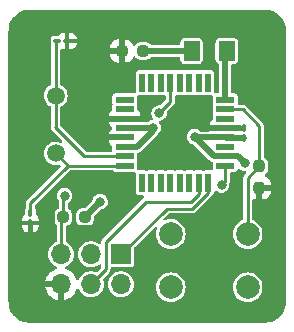
<source format=gbr>
%TF.GenerationSoftware,KiCad,Pcbnew,6.0.11+dfsg-1~bpo11+1*%
%TF.CreationDate,2023-08-17T01:34:46-07:00*%
%TF.ProjectId,electrical_intro_project,656c6563-7472-4696-9361-6c5f696e7472,rev?*%
%TF.SameCoordinates,Original*%
%TF.FileFunction,Copper,L1,Top*%
%TF.FilePolarity,Positive*%
%FSLAX46Y46*%
G04 Gerber Fmt 4.6, Leading zero omitted, Abs format (unit mm)*
G04 Created by KiCad (PCBNEW 6.0.11+dfsg-1~bpo11+1) date 2023-08-17 01:34:46*
%MOMM*%
%LPD*%
G01*
G04 APERTURE LIST*
G04 Aperture macros list*
%AMRoundRect*
0 Rectangle with rounded corners*
0 $1 Rounding radius*
0 $2 $3 $4 $5 $6 $7 $8 $9 X,Y pos of 4 corners*
0 Add a 4 corners polygon primitive as box body*
4,1,4,$2,$3,$4,$5,$6,$7,$8,$9,$2,$3,0*
0 Add four circle primitives for the rounded corners*
1,1,$1+$1,$2,$3*
1,1,$1+$1,$4,$5*
1,1,$1+$1,$6,$7*
1,1,$1+$1,$8,$9*
0 Add four rect primitives between the rounded corners*
20,1,$1+$1,$2,$3,$4,$5,0*
20,1,$1+$1,$4,$5,$6,$7,0*
20,1,$1+$1,$6,$7,$8,$9,0*
20,1,$1+$1,$8,$9,$2,$3,0*%
G04 Aperture macros list end*
%TA.AperFunction,ComponentPad*%
%ADD10C,1.500000*%
%TD*%
%TA.AperFunction,SMDPad,CuDef*%
%ADD11R,0.550000X1.600000*%
%TD*%
%TA.AperFunction,SMDPad,CuDef*%
%ADD12R,1.600000X0.550000*%
%TD*%
%TA.AperFunction,ComponentPad*%
%ADD13C,2.000000*%
%TD*%
%TA.AperFunction,SMDPad,CuDef*%
%ADD14RoundRect,0.237500X-0.250000X-0.237500X0.250000X-0.237500X0.250000X0.237500X-0.250000X0.237500X0*%
%TD*%
%TA.AperFunction,SMDPad,CuDef*%
%ADD15RoundRect,0.237500X0.237500X-0.250000X0.237500X0.250000X-0.237500X0.250000X-0.237500X-0.250000X0*%
%TD*%
%TA.AperFunction,ComponentPad*%
%ADD16R,1.700000X1.700000*%
%TD*%
%TA.AperFunction,ComponentPad*%
%ADD17O,1.700000X1.700000*%
%TD*%
%TA.AperFunction,SMDPad,CuDef*%
%ADD18RoundRect,0.250001X-0.462499X-0.624999X0.462499X-0.624999X0.462499X0.624999X-0.462499X0.624999X0*%
%TD*%
%TA.AperFunction,SMDPad,CuDef*%
%ADD19RoundRect,0.100000X-0.100000X0.217500X-0.100000X-0.217500X0.100000X-0.217500X0.100000X0.217500X0*%
%TD*%
%TA.AperFunction,SMDPad,CuDef*%
%ADD20RoundRect,0.100000X0.217500X0.100000X-0.217500X0.100000X-0.217500X-0.100000X0.217500X-0.100000X0*%
%TD*%
%TA.AperFunction,SMDPad,CuDef*%
%ADD21RoundRect,0.100000X0.100000X-0.217500X0.100000X0.217500X-0.100000X0.217500X-0.100000X-0.217500X0*%
%TD*%
%TA.AperFunction,ViaPad*%
%ADD22C,0.800000*%
%TD*%
%TA.AperFunction,Conductor*%
%ADD23C,0.250000*%
%TD*%
%TA.AperFunction,Conductor*%
%ADD24C,0.500000*%
%TD*%
G04 APERTURE END LIST*
D10*
%TO.P,Y1,2,2*%
%TO.N,XTAL2*%
X117250000Y-105430000D03*
%TO.P,Y1,1,1*%
%TO.N,XTAL1*%
X117250000Y-100550000D03*
%TD*%
D11*
%TO.P,U1,32,PD2*%
%TO.N,unconnected-(U1-Pad32)*%
X124550000Y-99420000D03*
%TO.P,U1,31,PD1*%
%TO.N,unconnected-(U1-Pad31)*%
X125350000Y-99420000D03*
%TO.P,U1,30,PD0*%
%TO.N,unconnected-(U1-Pad30)*%
X126150000Y-99420000D03*
%TO.P,U1,29,~{RESET}/PC6*%
%TO.N,RST*%
X126950000Y-99420000D03*
%TO.P,U1,28,PC5*%
%TO.N,unconnected-(U1-Pad28)*%
X127750000Y-99420000D03*
%TO.P,U1,27,PC4*%
%TO.N,unconnected-(U1-Pad27)*%
X128550000Y-99420000D03*
%TO.P,U1,26,PC3*%
%TO.N,unconnected-(U1-Pad26)*%
X129350000Y-99420000D03*
%TO.P,U1,25,PC2*%
%TO.N,unconnected-(U1-Pad25)*%
X130150000Y-99420000D03*
D12*
%TO.P,U1,24,PC1*%
%TO.N,led_pin*%
X131600000Y-100870000D03*
%TO.P,U1,23,PC0*%
%TO.N,button_pin*%
X131600000Y-101670000D03*
%TO.P,U1,22,ADC7*%
%TO.N,unconnected-(U1-Pad22)*%
X131600000Y-102470000D03*
%TO.P,U1,21,GND*%
%TO.N,GND*%
X131600000Y-103270000D03*
%TO.P,U1,20,AREF*%
%TO.N,+5V*%
X131600000Y-104070000D03*
%TO.P,U1,19,ADC6*%
%TO.N,unconnected-(U1-Pad19)*%
X131600000Y-104870000D03*
%TO.P,U1,18,AVCC*%
%TO.N,+5V*%
X131600000Y-105670000D03*
%TO.P,U1,17,PB5*%
%TO.N,SCK*%
X131600000Y-106470000D03*
D11*
%TO.P,U1,16,PB4*%
%TO.N,MISO*%
X130150000Y-107920000D03*
%TO.P,U1,15,PB3*%
%TO.N,MOSI*%
X129350000Y-107920000D03*
%TO.P,U1,14,PB2*%
%TO.N,unconnected-(U1-Pad14)*%
X128550000Y-107920000D03*
%TO.P,U1,13,PB1*%
%TO.N,unconnected-(U1-Pad13)*%
X127750000Y-107920000D03*
%TO.P,U1,12,PB0*%
%TO.N,unconnected-(U1-Pad12)*%
X126950000Y-107920000D03*
%TO.P,U1,11,PD7*%
%TO.N,unconnected-(U1-Pad11)*%
X126150000Y-107920000D03*
%TO.P,U1,10,PD6*%
%TO.N,unconnected-(U1-Pad10)*%
X125350000Y-107920000D03*
%TO.P,U1,9,PD5*%
%TO.N,unconnected-(U1-Pad9)*%
X124550000Y-107920000D03*
D12*
%TO.P,U1,8,XTAL2/PB7*%
%TO.N,XTAL2*%
X123100000Y-106470000D03*
%TO.P,U1,7,XTAL1/PB6*%
%TO.N,XTAL1*%
X123100000Y-105670000D03*
%TO.P,U1,6,VCC*%
%TO.N,+5V*%
X123100000Y-104870000D03*
%TO.P,U1,5,GND*%
%TO.N,GND*%
X123100000Y-104070000D03*
%TO.P,U1,4,VCC*%
%TO.N,+5V*%
X123100000Y-103270000D03*
%TO.P,U1,3,GND*%
%TO.N,GND*%
X123100000Y-102470000D03*
%TO.P,U1,2,PD4*%
%TO.N,unconnected-(U1-Pad2)*%
X123100000Y-101670000D03*
%TO.P,U1,1,PD3*%
%TO.N,unconnected-(U1-Pad1)*%
X123100000Y-100870000D03*
%TD*%
D13*
%TO.P,SW1,1,1*%
%TO.N,+5V*%
X127000000Y-116750000D03*
X133500000Y-116750000D03*
%TO.P,SW1,2,2*%
%TO.N,button_pin*%
X133500000Y-112250000D03*
X127000000Y-112250000D03*
%TD*%
D14*
%TO.P,R3,1*%
%TO.N,RST*%
X117887500Y-110800000D03*
%TO.P,R3,2*%
%TO.N,+5V*%
X119712500Y-110800000D03*
%TD*%
D15*
%TO.P,R2,1*%
%TO.N,GND*%
X134500000Y-108325000D03*
%TO.P,R2,2*%
%TO.N,button_pin*%
X134500000Y-106500000D03*
%TD*%
D14*
%TO.P,R1,1*%
%TO.N,GND*%
X122837500Y-96750000D03*
%TO.P,R1,2*%
%TO.N,Net-(R1-Pad2)*%
X124662500Y-96750000D03*
%TD*%
D16*
%TO.P,J1,1,MISO*%
%TO.N,MISO*%
X122790000Y-113960000D03*
D17*
%TO.P,J1,2,VCC*%
%TO.N,+5V*%
X122790000Y-116500000D03*
%TO.P,J1,3,SCK*%
%TO.N,SCK*%
X120250000Y-113960000D03*
%TO.P,J1,4,MOSI*%
%TO.N,MOSI*%
X120250000Y-116500000D03*
%TO.P,J1,5,~{RST}*%
%TO.N,RST*%
X117710000Y-113960000D03*
%TO.P,J1,6,GND*%
%TO.N,GND*%
X117710000Y-116500000D03*
%TD*%
D18*
%TO.P,D1,1,K*%
%TO.N,Net-(R1-Pad2)*%
X128762500Y-96750000D03*
%TO.P,D1,2,A*%
%TO.N,led_pin*%
X131737500Y-96750000D03*
%TD*%
D19*
%TO.P,C3,1*%
%TO.N,XTAL2*%
X115100000Y-110492500D03*
%TO.P,C3,2*%
%TO.N,GND*%
X115100000Y-111307500D03*
%TD*%
D20*
%TO.P,C2,1*%
%TO.N,GND*%
X118207500Y-95900000D03*
%TO.P,C2,2*%
%TO.N,XTAL1*%
X117392500Y-95900000D03*
%TD*%
D21*
%TO.P,C1,1*%
%TO.N,+5V*%
X133200000Y-104107500D03*
%TO.P,C1,2*%
%TO.N,GND*%
X133200000Y-103292500D03*
%TD*%
D22*
%TO.N,RST*%
X126000000Y-102000000D03*
X118000000Y-109000000D03*
%TO.N,+5V*%
X133250000Y-106250000D03*
X121000000Y-109500000D03*
X129000000Y-104000000D03*
X125500000Y-103250000D03*
%TO.N,SCK*%
X131300000Y-108100000D03*
%TD*%
D23*
%TO.N,RST*%
X117887500Y-110800000D02*
X117887500Y-109112500D01*
X117887500Y-109112500D02*
X118000000Y-109000000D01*
X126000000Y-102000000D02*
X126950000Y-101050000D01*
X126950000Y-101050000D02*
X126950000Y-99420000D01*
D24*
%TO.N,+5V*%
X132670000Y-105670000D02*
X133250000Y-106250000D01*
X131600000Y-105670000D02*
X132670000Y-105670000D01*
X119712500Y-110787500D02*
X121000000Y-109500000D01*
X119712500Y-110800000D02*
X119712500Y-110787500D01*
X133200000Y-104107500D02*
X131637500Y-104107500D01*
X131637500Y-104107500D02*
X131600000Y-104070000D01*
X131600000Y-105670000D02*
X130670000Y-105670000D01*
X130670000Y-105670000D02*
X129000000Y-104000000D01*
X129070000Y-104070000D02*
X129000000Y-104000000D01*
X131600000Y-104070000D02*
X129070000Y-104070000D01*
X123100000Y-104870000D02*
X124130000Y-104870000D01*
X124130000Y-104870000D02*
X125500000Y-103500000D01*
X125500000Y-103500000D02*
X125500000Y-103250000D01*
X125480000Y-103270000D02*
X125500000Y-103250000D01*
X123100000Y-103270000D02*
X125480000Y-103270000D01*
D23*
%TO.N,GND*%
X133200000Y-103292500D02*
X131622500Y-103292500D01*
X131622500Y-103292500D02*
X131600000Y-103270000D01*
%TO.N,XTAL1*%
X117392500Y-95900000D02*
X117250000Y-96042500D01*
X117250000Y-96042500D02*
X117250000Y-100550000D01*
%TO.N,XTAL2*%
X115100000Y-110492500D02*
X115100000Y-109660000D01*
X115100000Y-109660000D02*
X118290000Y-106470000D01*
%TO.N,XTAL1*%
X119670000Y-105670000D02*
X117200000Y-103200000D01*
X123100000Y-105670000D02*
X119670000Y-105670000D01*
X117200000Y-103200000D02*
X117250000Y-103150000D01*
X117250000Y-103150000D02*
X117250000Y-100550000D01*
%TO.N,XTAL2*%
X123100000Y-106470000D02*
X118290000Y-106470000D01*
X118290000Y-106470000D02*
X117250000Y-105430000D01*
D24*
%TO.N,Net-(R1-Pad2)*%
X128762500Y-96750000D02*
X124662500Y-96750000D01*
%TO.N,led_pin*%
X131600000Y-100870000D02*
X131600000Y-96887500D01*
X131600000Y-96887500D02*
X131737500Y-96750000D01*
D23*
%TO.N,button_pin*%
X133070000Y-101670000D02*
X134500000Y-103100000D01*
X131600000Y-101670000D02*
X133070000Y-101670000D01*
X134500000Y-103100000D02*
X134500000Y-106500000D01*
X133500000Y-112250000D02*
X133500000Y-107500000D01*
X133500000Y-107500000D02*
X134500000Y-106500000D01*
%TO.N,RST*%
X117710000Y-113960000D02*
X117710000Y-110977500D01*
X117710000Y-110977500D02*
X117887500Y-110800000D01*
%TO.N,SCK*%
X131600000Y-107800000D02*
X131300000Y-108100000D01*
X131600000Y-106470000D02*
X131600000Y-107800000D01*
%TO.N,MISO*%
X130150000Y-108750000D02*
X128800000Y-110100000D01*
X128800000Y-110100000D02*
X126650000Y-110100000D01*
X130150000Y-107920000D02*
X130150000Y-108750000D01*
X126650000Y-110100000D02*
X122790000Y-113960000D01*
%TO.N,MOSI*%
X129350000Y-108850000D02*
X128700000Y-109500000D01*
X129350000Y-107920000D02*
X129350000Y-108850000D01*
X121500000Y-115250000D02*
X120250000Y-116500000D01*
X128700000Y-109500000D02*
X124900000Y-109500000D01*
X124900000Y-109500000D02*
X121500000Y-112900000D01*
X121500000Y-112900000D02*
X121500000Y-115250000D01*
%TD*%
%TA.AperFunction,Conductor*%
%TO.N,GND*%
G36*
X134987306Y-93252883D02*
G01*
X135000000Y-93255408D01*
X135011980Y-93253025D01*
X135024191Y-93253025D01*
X135024191Y-93253654D01*
X135034803Y-93252989D01*
X135240141Y-93267675D01*
X135257640Y-93270191D01*
X135484224Y-93319482D01*
X135501197Y-93324465D01*
X135718463Y-93405501D01*
X135734556Y-93412851D01*
X135938069Y-93523978D01*
X135952952Y-93533543D01*
X136138579Y-93672501D01*
X136151950Y-93684087D01*
X136315913Y-93848050D01*
X136327499Y-93861421D01*
X136466457Y-94047048D01*
X136476022Y-94061931D01*
X136587149Y-94265444D01*
X136594499Y-94281537D01*
X136675535Y-94498803D01*
X136680518Y-94515776D01*
X136729809Y-94742360D01*
X136732326Y-94759865D01*
X136747011Y-94965195D01*
X136746346Y-94975809D01*
X136746975Y-94975809D01*
X136746975Y-94988020D01*
X136744592Y-95000000D01*
X136746975Y-95011980D01*
X136747117Y-95012694D01*
X136749500Y-95036885D01*
X136749500Y-117963115D01*
X136747117Y-117987306D01*
X136744592Y-118000000D01*
X136746975Y-118011980D01*
X136746975Y-118024191D01*
X136746346Y-118024191D01*
X136747011Y-118034805D01*
X136732326Y-118240135D01*
X136729809Y-118257640D01*
X136726737Y-118271764D01*
X136680519Y-118484222D01*
X136675535Y-118501197D01*
X136594499Y-118718463D01*
X136587149Y-118734556D01*
X136476022Y-118938069D01*
X136466457Y-118952952D01*
X136327499Y-119138579D01*
X136315913Y-119151950D01*
X136151950Y-119315913D01*
X136138579Y-119327499D01*
X135952952Y-119466457D01*
X135938069Y-119476022D01*
X135734556Y-119587149D01*
X135718463Y-119594499D01*
X135501197Y-119675535D01*
X135484224Y-119680518D01*
X135257640Y-119729809D01*
X135240141Y-119732325D01*
X135034803Y-119747011D01*
X135024191Y-119746346D01*
X135024191Y-119746975D01*
X135011980Y-119746975D01*
X135000000Y-119744592D01*
X134988020Y-119746975D01*
X134987306Y-119747117D01*
X134963115Y-119749500D01*
X115036885Y-119749500D01*
X115012694Y-119747117D01*
X115011980Y-119746975D01*
X115000000Y-119744592D01*
X114988020Y-119746975D01*
X114975809Y-119746975D01*
X114975809Y-119746346D01*
X114965197Y-119747011D01*
X114759859Y-119732325D01*
X114742360Y-119729809D01*
X114515776Y-119680518D01*
X114498803Y-119675535D01*
X114281537Y-119594499D01*
X114265444Y-119587149D01*
X114061931Y-119476022D01*
X114047048Y-119466457D01*
X113861421Y-119327499D01*
X113848050Y-119315913D01*
X113684087Y-119151950D01*
X113672501Y-119138579D01*
X113533543Y-118952952D01*
X113523978Y-118938069D01*
X113412851Y-118734556D01*
X113405501Y-118718463D01*
X113324465Y-118501197D01*
X113319481Y-118484222D01*
X113273263Y-118271764D01*
X113270191Y-118257640D01*
X113267674Y-118240135D01*
X113252989Y-118034805D01*
X113253654Y-118024191D01*
X113253025Y-118024191D01*
X113253025Y-118011980D01*
X113255408Y-118000000D01*
X113252883Y-117987306D01*
X113250500Y-117963115D01*
X113250500Y-116767748D01*
X116378208Y-116767748D01*
X116408580Y-116902517D01*
X116411618Y-116912209D01*
X116491800Y-117109675D01*
X116496374Y-117118730D01*
X116607731Y-117300448D01*
X116613725Y-117308639D01*
X116753270Y-117469734D01*
X116760515Y-117476829D01*
X116924497Y-117612969D01*
X116932813Y-117618791D01*
X117116820Y-117726317D01*
X117125976Y-117730703D01*
X117325077Y-117806732D01*
X117334816Y-117809562D01*
X117438532Y-117830663D01*
X117452357Y-117829487D01*
X117456000Y-117819301D01*
X117456000Y-116771830D01*
X117451596Y-116756831D01*
X117450226Y-116755644D01*
X117442668Y-116754000D01*
X116392940Y-116754000D01*
X116379623Y-116757910D01*
X116378208Y-116767748D01*
X113250500Y-116767748D01*
X113250500Y-111560791D01*
X114392001Y-111560791D01*
X114392531Y-111568868D01*
X114406589Y-111675659D01*
X114410761Y-111691231D01*
X114465802Y-111824112D01*
X114473862Y-111838072D01*
X114561423Y-111952183D01*
X114572817Y-111963577D01*
X114686928Y-112051138D01*
X114700888Y-112059198D01*
X114833766Y-112114238D01*
X114849343Y-112118412D01*
X114882325Y-112122754D01*
X114896281Y-112120578D01*
X114900000Y-112107627D01*
X114900000Y-112107250D01*
X115300000Y-112107250D01*
X115303980Y-112120805D01*
X115317305Y-112122802D01*
X115350659Y-112118411D01*
X115366231Y-112114239D01*
X115499112Y-112059198D01*
X115513072Y-112051138D01*
X115627183Y-111963577D01*
X115638577Y-111952183D01*
X115726138Y-111838072D01*
X115734198Y-111824112D01*
X115789238Y-111691233D01*
X115793411Y-111675658D01*
X115807471Y-111568867D01*
X115808000Y-111560794D01*
X115808000Y-111525330D01*
X115803596Y-111510331D01*
X115802226Y-111509144D01*
X115794668Y-111507500D01*
X115317830Y-111507500D01*
X115302831Y-111511904D01*
X115301644Y-111513274D01*
X115300000Y-111520832D01*
X115300000Y-112107250D01*
X114900000Y-112107250D01*
X114900000Y-111525330D01*
X114895596Y-111510331D01*
X114894226Y-111509144D01*
X114886668Y-111507500D01*
X114409831Y-111507500D01*
X114394832Y-111511904D01*
X114393645Y-111513274D01*
X114392001Y-111520832D01*
X114392001Y-111560791D01*
X113250500Y-111560791D01*
X113250500Y-111089670D01*
X114392000Y-111089670D01*
X114396404Y-111104669D01*
X114397774Y-111105856D01*
X114405332Y-111107500D01*
X115790169Y-111107500D01*
X115805168Y-111103096D01*
X115806355Y-111101726D01*
X115807999Y-111094168D01*
X115807999Y-111054209D01*
X115807469Y-111046132D01*
X115793411Y-110939341D01*
X115789239Y-110923769D01*
X115734198Y-110790888D01*
X115726138Y-110776928D01*
X115638577Y-110662817D01*
X115627183Y-110651423D01*
X115599013Y-110629807D01*
X115557810Y-110573379D01*
X115550500Y-110531432D01*
X115550500Y-110241782D01*
X115540358Y-110172888D01*
X115488932Y-110068145D01*
X115492768Y-110066262D01*
X115475500Y-110012462D01*
X115475500Y-109866899D01*
X115495185Y-109799860D01*
X115511819Y-109779218D01*
X118409218Y-106881819D01*
X118470541Y-106848334D01*
X118496899Y-106845500D01*
X121999598Y-106845500D01*
X122066637Y-106865185D01*
X122102701Y-106900611D01*
X122112613Y-106915446D01*
X122112615Y-106915448D01*
X122119399Y-106925601D01*
X122129552Y-106932385D01*
X122161558Y-106953770D01*
X122202260Y-106980966D01*
X122231383Y-106986759D01*
X122269347Y-106994311D01*
X122269350Y-106994311D01*
X122275326Y-106995500D01*
X123900500Y-106995500D01*
X123967539Y-107015185D01*
X124013294Y-107067989D01*
X124024500Y-107119500D01*
X124024500Y-108744674D01*
X124039034Y-108817740D01*
X124051929Y-108837039D01*
X124083358Y-108884076D01*
X124094399Y-108900601D01*
X124177260Y-108955966D01*
X124199878Y-108960465D01*
X124244347Y-108969311D01*
X124244350Y-108969311D01*
X124250326Y-108970500D01*
X124600261Y-108970500D01*
X124667300Y-108990185D01*
X124713055Y-109042989D01*
X124722999Y-109112147D01*
X124693974Y-109175703D01*
X124680050Y-109189419D01*
X124679066Y-109190247D01*
X124676869Y-109192094D01*
X124674979Y-109193984D01*
X124673053Y-109195751D01*
X124673000Y-109195779D01*
X124672883Y-109195652D01*
X124672326Y-109196143D01*
X124666671Y-109199194D01*
X124659711Y-109206723D01*
X124659710Y-109206724D01*
X124630447Y-109238381D01*
X124627072Y-109241891D01*
X121272161Y-112596802D01*
X121253432Y-112611929D01*
X121252398Y-112612870D01*
X121243790Y-112618428D01*
X121237448Y-112626473D01*
X121223193Y-112644555D01*
X121219280Y-112648958D01*
X121219350Y-112649017D01*
X121216043Y-112652920D01*
X121212425Y-112656538D01*
X121209451Y-112660700D01*
X121201321Y-112672077D01*
X121197830Y-112676728D01*
X121166397Y-112716600D01*
X121163395Y-112725149D01*
X121158128Y-112732519D01*
X121155191Y-112742340D01*
X121143594Y-112781118D01*
X121141788Y-112786676D01*
X121128969Y-112823181D01*
X121124977Y-112834548D01*
X121124500Y-112840055D01*
X121124500Y-112842739D01*
X121124387Y-112845341D01*
X121124365Y-112845415D01*
X121124196Y-112845408D01*
X121124150Y-112846133D01*
X121122310Y-112852287D01*
X121122712Y-112862526D01*
X121122712Y-112862529D01*
X121124404Y-112905581D01*
X121124500Y-112910449D01*
X121124500Y-112987143D01*
X121104815Y-113054182D01*
X121052011Y-113099937D01*
X120982853Y-113109881D01*
X120925631Y-113085779D01*
X120922812Y-113083174D01*
X120751757Y-112975246D01*
X120563898Y-112900298D01*
X120558317Y-112899188D01*
X120558314Y-112899187D01*
X120490373Y-112885673D01*
X120365526Y-112860839D01*
X120359839Y-112860765D01*
X120359834Y-112860764D01*
X120168975Y-112858266D01*
X120168970Y-112858266D01*
X120163286Y-112858192D01*
X120157682Y-112859155D01*
X120157681Y-112859155D01*
X119969546Y-112891482D01*
X119969543Y-112891483D01*
X119963949Y-112892444D01*
X119942660Y-112900298D01*
X119779521Y-112960483D01*
X119779519Y-112960484D01*
X119774193Y-112962449D01*
X119769310Y-112965354D01*
X119769308Y-112965355D01*
X119756223Y-112973140D01*
X119600371Y-113065862D01*
X119448305Y-113199220D01*
X119323089Y-113358057D01*
X119228914Y-113537053D01*
X119227229Y-113542479D01*
X119227228Y-113542482D01*
X119220570Y-113563926D01*
X119168937Y-113730213D01*
X119145164Y-113931069D01*
X119145535Y-113936731D01*
X119145535Y-113936735D01*
X119150851Y-114017842D01*
X119158392Y-114132894D01*
X119208178Y-114328928D01*
X119292856Y-114512607D01*
X119409588Y-114677780D01*
X119554466Y-114818913D01*
X119722637Y-114931282D01*
X119908470Y-115011122D01*
X120004502Y-115032852D01*
X120100193Y-115054505D01*
X120100195Y-115054505D01*
X120105740Y-115055760D01*
X120223135Y-115060372D01*
X120302161Y-115063477D01*
X120302163Y-115063477D01*
X120307842Y-115063700D01*
X120313462Y-115062885D01*
X120313465Y-115062885D01*
X120502387Y-115035493D01*
X120502389Y-115035493D01*
X120508007Y-115034678D01*
X120513384Y-115032853D01*
X120513387Y-115032852D01*
X120637853Y-114990601D01*
X120699531Y-114969664D01*
X120876001Y-114870837D01*
X120880367Y-114867206D01*
X120880373Y-114867202D01*
X120921210Y-114833238D01*
X120985340Y-114805504D01*
X121054283Y-114816845D01*
X121106150Y-114863659D01*
X121124500Y-114928574D01*
X121124500Y-115043101D01*
X121104815Y-115110140D01*
X121088181Y-115130782D01*
X120775177Y-115443786D01*
X120713854Y-115477271D01*
X120641547Y-115471277D01*
X120563898Y-115440298D01*
X120558317Y-115439188D01*
X120558314Y-115439187D01*
X120472989Y-115422215D01*
X120365526Y-115400839D01*
X120359839Y-115400765D01*
X120359834Y-115400764D01*
X120168975Y-115398266D01*
X120168970Y-115398266D01*
X120163286Y-115398192D01*
X120157682Y-115399155D01*
X120157681Y-115399155D01*
X119969546Y-115431482D01*
X119969543Y-115431483D01*
X119963949Y-115432444D01*
X119936941Y-115442408D01*
X119779521Y-115500483D01*
X119779517Y-115500485D01*
X119774193Y-115502449D01*
X119769310Y-115505354D01*
X119769308Y-115505355D01*
X119605262Y-115602952D01*
X119600371Y-115605862D01*
X119448305Y-115739220D01*
X119323089Y-115898057D01*
X119228914Y-116077053D01*
X119227508Y-116076313D01*
X119188346Y-116124907D01*
X119122051Y-116146969D01*
X119054353Y-116129688D01*
X119006744Y-116078549D01*
X119000245Y-116063007D01*
X118997929Y-116056203D01*
X118912940Y-115860741D01*
X118908149Y-115851805D01*
X118792378Y-115672852D01*
X118786194Y-115664822D01*
X118642751Y-115507180D01*
X118635333Y-115500263D01*
X118468076Y-115368172D01*
X118459629Y-115362560D01*
X118273037Y-115259555D01*
X118263782Y-115255396D01*
X118137862Y-115210805D01*
X118081238Y-115169872D01*
X118055734Y-115104823D01*
X118069447Y-115036312D01*
X118118023Y-114986091D01*
X118139391Y-114976501D01*
X118159531Y-114969664D01*
X118336001Y-114870837D01*
X118386811Y-114828579D01*
X118487138Y-114745137D01*
X118491505Y-114741505D01*
X118620837Y-114586001D01*
X118719664Y-114409531D01*
X118784678Y-114218007D01*
X118813700Y-114017842D01*
X118815215Y-113960000D01*
X118796708Y-113758591D01*
X118741807Y-113563926D01*
X118652351Y-113382527D01*
X118531335Y-113220467D01*
X118382812Y-113083174D01*
X118350762Y-113062952D01*
X118216569Y-112978282D01*
X118216568Y-112978281D01*
X118211757Y-112975246D01*
X118163551Y-112956014D01*
X118108579Y-112912889D01*
X118085500Y-112840841D01*
X118085500Y-111647425D01*
X118105185Y-111580386D01*
X118157989Y-111534631D01*
X118196110Y-111524150D01*
X118235644Y-111519856D01*
X118243368Y-111519017D01*
X118308450Y-111494619D01*
X118365991Y-111473049D01*
X118365994Y-111473047D01*
X118374259Y-111469949D01*
X118486116Y-111386116D01*
X118569949Y-111274259D01*
X118573047Y-111265994D01*
X118573049Y-111265991D01*
X118597557Y-111200614D01*
X118619017Y-111143368D01*
X118625500Y-111083691D01*
X118625499Y-110516310D01*
X118625499Y-110516309D01*
X118974500Y-110516309D01*
X118974501Y-111083690D01*
X118980983Y-111143368D01*
X119005381Y-111208450D01*
X119026951Y-111265991D01*
X119026953Y-111265994D01*
X119030051Y-111274259D01*
X119113884Y-111386116D01*
X119225741Y-111469949D01*
X119234006Y-111473047D01*
X119234009Y-111473049D01*
X119299386Y-111497557D01*
X119356632Y-111519017D01*
X119416309Y-111525500D01*
X119712455Y-111525500D01*
X120008690Y-111525499D01*
X120068368Y-111519017D01*
X120133450Y-111494619D01*
X120190991Y-111473049D01*
X120190994Y-111473047D01*
X120199259Y-111469949D01*
X120311116Y-111386116D01*
X120394949Y-111274259D01*
X120398047Y-111265994D01*
X120398049Y-111265991D01*
X120422557Y-111200614D01*
X120444017Y-111143368D01*
X120450500Y-111083691D01*
X120450499Y-110808675D01*
X120470183Y-110741637D01*
X120486818Y-110720995D01*
X121027227Y-110180587D01*
X121087224Y-110147398D01*
X121162967Y-110130051D01*
X121214682Y-110118207D01*
X121214684Y-110118206D01*
X121221968Y-110116538D01*
X121362625Y-110045795D01*
X121368306Y-110040943D01*
X121368309Y-110040941D01*
X121476666Y-109948395D01*
X121476667Y-109948394D01*
X121482348Y-109943542D01*
X121574224Y-109815683D01*
X121632950Y-109669598D01*
X121640561Y-109616120D01*
X121654562Y-109517744D01*
X121654562Y-109517740D01*
X121655134Y-109513723D01*
X121655278Y-109500000D01*
X121654020Y-109489606D01*
X121637262Y-109351119D01*
X121637261Y-109351115D01*
X121636363Y-109343694D01*
X121622561Y-109307168D01*
X121583354Y-109203408D01*
X121583352Y-109203405D01*
X121580710Y-109196412D01*
X121572337Y-109184229D01*
X121495768Y-109072821D01*
X121495765Y-109072818D01*
X121491531Y-109066657D01*
X121409379Y-108993462D01*
X121379559Y-108966893D01*
X121379558Y-108966892D01*
X121373976Y-108961919D01*
X121234831Y-108888245D01*
X121082128Y-108849889D01*
X121000329Y-108849461D01*
X120932158Y-108849104D01*
X120932157Y-108849104D01*
X120924684Y-108849065D01*
X120917421Y-108850809D01*
X120917418Y-108850809D01*
X120848136Y-108867443D01*
X120771588Y-108885820D01*
X120631679Y-108958032D01*
X120626048Y-108962945D01*
X120626047Y-108962945D01*
X120583570Y-109000000D01*
X120513034Y-109061533D01*
X120422501Y-109190348D01*
X120365309Y-109337039D01*
X120362707Y-109356802D01*
X120357182Y-109398767D01*
X120328915Y-109462663D01*
X120321924Y-109470262D01*
X119754005Y-110038181D01*
X119692682Y-110071666D01*
X119666324Y-110074500D01*
X119434820Y-110074501D01*
X119416310Y-110074501D01*
X119356632Y-110080983D01*
X119291550Y-110105381D01*
X119234009Y-110126951D01*
X119234006Y-110126953D01*
X119225741Y-110130051D01*
X119113884Y-110213884D01*
X119108586Y-110220953D01*
X119096311Y-110237331D01*
X119030051Y-110325741D01*
X119026953Y-110334006D01*
X119026951Y-110334009D01*
X119017917Y-110358109D01*
X118980983Y-110456632D01*
X118974500Y-110516309D01*
X118625499Y-110516309D01*
X118620119Y-110466781D01*
X118619856Y-110464356D01*
X118619017Y-110456632D01*
X118582083Y-110358109D01*
X118573049Y-110334009D01*
X118573047Y-110334006D01*
X118569949Y-110325741D01*
X118503689Y-110237331D01*
X118491414Y-110220953D01*
X118486116Y-110213884D01*
X118374259Y-110130051D01*
X118365990Y-110126951D01*
X118365988Y-110126950D01*
X118343475Y-110118511D01*
X118287611Y-110076548D01*
X118263302Y-110011043D01*
X118263000Y-110002401D01*
X118263000Y-109672335D01*
X118282685Y-109605296D01*
X118331284Y-109561558D01*
X118362625Y-109545795D01*
X118368306Y-109540943D01*
X118368309Y-109540941D01*
X118476666Y-109448395D01*
X118476667Y-109448394D01*
X118482348Y-109443542D01*
X118490587Y-109432077D01*
X118544677Y-109356802D01*
X118574224Y-109315683D01*
X118632950Y-109169598D01*
X118634793Y-109156649D01*
X118654562Y-109017744D01*
X118654562Y-109017740D01*
X118655134Y-109013723D01*
X118655278Y-109000000D01*
X118650494Y-108960465D01*
X118637262Y-108851119D01*
X118637261Y-108851115D01*
X118636363Y-108843694D01*
X118596644Y-108738579D01*
X118583354Y-108703408D01*
X118583352Y-108703405D01*
X118580710Y-108696412D01*
X118545922Y-108645795D01*
X118495768Y-108572821D01*
X118495765Y-108572818D01*
X118491531Y-108566657D01*
X118373976Y-108461919D01*
X118234831Y-108388245D01*
X118082128Y-108349889D01*
X118000329Y-108349461D01*
X117932158Y-108349104D01*
X117932157Y-108349104D01*
X117924684Y-108349065D01*
X117917421Y-108350809D01*
X117917418Y-108350809D01*
X117848136Y-108367443D01*
X117771588Y-108385820D01*
X117631679Y-108458032D01*
X117513034Y-108561533D01*
X117422501Y-108690348D01*
X117365309Y-108837039D01*
X117344758Y-108993138D01*
X117345578Y-109000566D01*
X117345578Y-109000568D01*
X117351766Y-109056620D01*
X117362035Y-109149633D01*
X117364601Y-109156645D01*
X117364602Y-109156649D01*
X117379484Y-109197314D01*
X117416143Y-109297490D01*
X117420314Y-109303697D01*
X117490921Y-109408771D01*
X117512000Y-109477932D01*
X117512000Y-110002401D01*
X117492315Y-110069440D01*
X117439511Y-110115195D01*
X117431525Y-110118511D01*
X117409012Y-110126950D01*
X117409010Y-110126951D01*
X117400741Y-110130051D01*
X117288884Y-110213884D01*
X117283586Y-110220953D01*
X117271311Y-110237331D01*
X117205051Y-110325741D01*
X117201953Y-110334006D01*
X117201951Y-110334009D01*
X117192917Y-110358109D01*
X117155983Y-110456632D01*
X117149500Y-110516309D01*
X117149501Y-111083690D01*
X117155983Y-111143368D01*
X117180381Y-111208450D01*
X117201951Y-111265991D01*
X117201953Y-111265994D01*
X117205051Y-111274259D01*
X117288884Y-111386116D01*
X117295950Y-111391412D01*
X117298183Y-111393645D01*
X117331667Y-111454969D01*
X117334500Y-111481324D01*
X117334500Y-112839021D01*
X117314815Y-112906060D01*
X117262011Y-112951815D01*
X117253432Y-112955351D01*
X117234193Y-112962449D01*
X117229310Y-112965354D01*
X117229306Y-112965356D01*
X117082928Y-113052442D01*
X117060371Y-113065862D01*
X116908305Y-113199220D01*
X116783089Y-113358057D01*
X116688914Y-113537053D01*
X116687229Y-113542479D01*
X116687228Y-113542482D01*
X116680570Y-113563926D01*
X116628937Y-113730213D01*
X116605164Y-113931069D01*
X116605535Y-113936731D01*
X116605535Y-113936735D01*
X116610851Y-114017842D01*
X116618392Y-114132894D01*
X116668178Y-114328928D01*
X116752856Y-114512607D01*
X116869588Y-114677780D01*
X117014466Y-114818913D01*
X117182637Y-114931282D01*
X117293580Y-114978947D01*
X117347404Y-115023495D01*
X117368599Y-115090072D01*
X117350436Y-115157540D01*
X117298680Y-115204477D01*
X117283155Y-115210740D01*
X117186785Y-115242239D01*
X117177436Y-115246169D01*
X116988389Y-115344580D01*
X116979804Y-115349987D01*
X116809368Y-115477954D01*
X116801780Y-115484691D01*
X116654532Y-115638778D01*
X116648153Y-115646655D01*
X116528050Y-115822719D01*
X116523035Y-115831547D01*
X116433301Y-116024864D01*
X116429799Y-116034382D01*
X116374338Y-116234366D01*
X116375838Y-116242660D01*
X116388025Y-116246000D01*
X117840000Y-116246000D01*
X117907039Y-116265685D01*
X117952794Y-116318489D01*
X117964000Y-116370000D01*
X117964000Y-117818802D01*
X117968001Y-117832427D01*
X117981200Y-117834429D01*
X117988269Y-117833523D01*
X117998182Y-117831416D01*
X118202332Y-117770168D01*
X118211768Y-117766470D01*
X118403168Y-117672703D01*
X118411877Y-117667512D01*
X118585402Y-117543739D01*
X118593135Y-117537203D01*
X118744103Y-117386760D01*
X118750687Y-117379024D01*
X118875050Y-117205955D01*
X118880278Y-117197254D01*
X118974707Y-117006193D01*
X118978444Y-116996754D01*
X118998343Y-116931259D01*
X119036666Y-116872837D01*
X119100490Y-116844408D01*
X119169553Y-116854999D01*
X119221926Y-116901246D01*
X119229597Y-116915392D01*
X119290473Y-117047440D01*
X119290478Y-117047448D01*
X119292856Y-117052607D01*
X119409588Y-117217780D01*
X119554466Y-117358913D01*
X119722637Y-117471282D01*
X119908470Y-117551122D01*
X119950825Y-117560706D01*
X120100193Y-117594505D01*
X120100195Y-117594505D01*
X120105740Y-117595760D01*
X120223135Y-117600372D01*
X120302161Y-117603477D01*
X120302163Y-117603477D01*
X120307842Y-117603700D01*
X120313462Y-117602885D01*
X120313465Y-117602885D01*
X120502387Y-117575493D01*
X120502389Y-117575493D01*
X120508007Y-117574678D01*
X120513384Y-117572853D01*
X120513387Y-117572852D01*
X120618404Y-117537203D01*
X120699531Y-117509664D01*
X120876001Y-117410837D01*
X120938433Y-117358913D01*
X121027138Y-117285137D01*
X121031505Y-117281505D01*
X121160837Y-117126001D01*
X121259664Y-116949531D01*
X121319986Y-116771830D01*
X121322852Y-116763387D01*
X121322853Y-116763384D01*
X121324678Y-116758007D01*
X121353700Y-116557842D01*
X121355215Y-116500000D01*
X121352557Y-116471069D01*
X121685164Y-116471069D01*
X121685535Y-116476731D01*
X121685535Y-116476735D01*
X121690851Y-116557842D01*
X121698392Y-116672894D01*
X121748178Y-116868928D01*
X121832856Y-117052607D01*
X121949588Y-117217780D01*
X122094466Y-117358913D01*
X122262637Y-117471282D01*
X122448470Y-117551122D01*
X122490825Y-117560706D01*
X122640193Y-117594505D01*
X122640195Y-117594505D01*
X122645740Y-117595760D01*
X122763135Y-117600372D01*
X122842161Y-117603477D01*
X122842163Y-117603477D01*
X122847842Y-117603700D01*
X122853462Y-117602885D01*
X122853465Y-117602885D01*
X123042387Y-117575493D01*
X123042389Y-117575493D01*
X123048007Y-117574678D01*
X123053384Y-117572853D01*
X123053387Y-117572852D01*
X123158404Y-117537203D01*
X123239531Y-117509664D01*
X123416001Y-117410837D01*
X123478433Y-117358913D01*
X123567138Y-117285137D01*
X123571505Y-117281505D01*
X123700837Y-117126001D01*
X123799664Y-116949531D01*
X123859986Y-116771830D01*
X123862852Y-116763387D01*
X123862853Y-116763384D01*
X123864678Y-116758007D01*
X123865839Y-116750000D01*
X125744723Y-116750000D01*
X125763793Y-116967977D01*
X125765195Y-116973209D01*
X125806136Y-117126001D01*
X125820425Y-117179330D01*
X125912898Y-117377638D01*
X125916005Y-117382075D01*
X125916006Y-117382077D01*
X126035296Y-117552442D01*
X126035300Y-117552446D01*
X126038402Y-117556877D01*
X126193123Y-117711598D01*
X126372361Y-117837102D01*
X126570670Y-117929575D01*
X126575893Y-117930974D01*
X126575897Y-117930976D01*
X126741415Y-117975326D01*
X126782023Y-117986207D01*
X127000000Y-118005277D01*
X127217977Y-117986207D01*
X127258585Y-117975326D01*
X127424103Y-117930976D01*
X127424107Y-117930974D01*
X127429330Y-117929575D01*
X127627639Y-117837102D01*
X127806877Y-117711598D01*
X127961598Y-117556877D01*
X127964700Y-117552446D01*
X127964704Y-117552442D01*
X128083994Y-117382077D01*
X128083995Y-117382075D01*
X128087102Y-117377638D01*
X128179575Y-117179330D01*
X128193865Y-117126001D01*
X128234805Y-116973209D01*
X128236207Y-116967977D01*
X128255277Y-116750000D01*
X132244723Y-116750000D01*
X132263793Y-116967977D01*
X132265195Y-116973209D01*
X132306136Y-117126001D01*
X132320425Y-117179330D01*
X132412898Y-117377638D01*
X132416005Y-117382075D01*
X132416006Y-117382077D01*
X132535296Y-117552442D01*
X132535300Y-117552446D01*
X132538402Y-117556877D01*
X132693123Y-117711598D01*
X132872361Y-117837102D01*
X133070670Y-117929575D01*
X133075893Y-117930974D01*
X133075897Y-117930976D01*
X133241415Y-117975326D01*
X133282023Y-117986207D01*
X133500000Y-118005277D01*
X133717977Y-117986207D01*
X133758585Y-117975326D01*
X133924103Y-117930976D01*
X133924107Y-117930974D01*
X133929330Y-117929575D01*
X134127639Y-117837102D01*
X134306877Y-117711598D01*
X134461598Y-117556877D01*
X134464700Y-117552446D01*
X134464704Y-117552442D01*
X134583994Y-117382077D01*
X134583995Y-117382075D01*
X134587102Y-117377638D01*
X134679575Y-117179330D01*
X134693865Y-117126001D01*
X134734805Y-116973209D01*
X134736207Y-116967977D01*
X134755277Y-116750000D01*
X134736207Y-116532023D01*
X134679575Y-116320670D01*
X134587102Y-116122362D01*
X134583994Y-116117923D01*
X134464704Y-115947558D01*
X134464700Y-115947554D01*
X134461598Y-115943123D01*
X134306877Y-115788402D01*
X134127639Y-115662898D01*
X133929330Y-115570425D01*
X133924107Y-115569026D01*
X133924103Y-115569024D01*
X133754305Y-115523527D01*
X133717977Y-115513793D01*
X133500000Y-115494723D01*
X133282023Y-115513793D01*
X133245695Y-115523527D01*
X133075897Y-115569024D01*
X133075893Y-115569026D01*
X133070670Y-115570425D01*
X132872362Y-115662898D01*
X132867925Y-115666005D01*
X132867923Y-115666006D01*
X132697558Y-115785296D01*
X132697557Y-115785297D01*
X132693123Y-115788402D01*
X132538402Y-115943123D01*
X132535300Y-115947554D01*
X132535296Y-115947558D01*
X132416006Y-116117923D01*
X132412898Y-116122362D01*
X132320425Y-116320670D01*
X132263793Y-116532023D01*
X132244723Y-116750000D01*
X128255277Y-116750000D01*
X128236207Y-116532023D01*
X128179575Y-116320670D01*
X128087102Y-116122362D01*
X128083994Y-116117923D01*
X127964704Y-115947558D01*
X127964700Y-115947554D01*
X127961598Y-115943123D01*
X127806877Y-115788402D01*
X127627639Y-115662898D01*
X127429330Y-115570425D01*
X127424107Y-115569026D01*
X127424103Y-115569024D01*
X127254305Y-115523527D01*
X127217977Y-115513793D01*
X127000000Y-115494723D01*
X126782023Y-115513793D01*
X126745695Y-115523527D01*
X126575897Y-115569024D01*
X126575893Y-115569026D01*
X126570670Y-115570425D01*
X126372362Y-115662898D01*
X126367925Y-115666005D01*
X126367923Y-115666006D01*
X126197558Y-115785296D01*
X126197557Y-115785297D01*
X126193123Y-115788402D01*
X126038402Y-115943123D01*
X126035300Y-115947554D01*
X126035296Y-115947558D01*
X125916006Y-116117923D01*
X125912898Y-116122362D01*
X125820425Y-116320670D01*
X125763793Y-116532023D01*
X125744723Y-116750000D01*
X123865839Y-116750000D01*
X123893700Y-116557842D01*
X123895215Y-116500000D01*
X123876708Y-116298591D01*
X123849258Y-116201259D01*
X123823352Y-116109403D01*
X123823351Y-116109400D01*
X123821807Y-116103926D01*
X123732351Y-115922527D01*
X123611335Y-115760467D01*
X123549697Y-115703489D01*
X123466988Y-115627034D01*
X123466986Y-115627033D01*
X123462812Y-115623174D01*
X123430762Y-115602952D01*
X123296566Y-115518280D01*
X123296564Y-115518279D01*
X123291757Y-115515246D01*
X123103898Y-115440298D01*
X123098317Y-115439188D01*
X123098314Y-115439187D01*
X123012989Y-115422215D01*
X122905526Y-115400839D01*
X122899839Y-115400765D01*
X122899834Y-115400764D01*
X122708975Y-115398266D01*
X122708970Y-115398266D01*
X122703286Y-115398192D01*
X122697682Y-115399155D01*
X122697681Y-115399155D01*
X122509546Y-115431482D01*
X122509543Y-115431483D01*
X122503949Y-115432444D01*
X122476941Y-115442408D01*
X122319521Y-115500483D01*
X122319517Y-115500485D01*
X122314193Y-115502449D01*
X122309310Y-115505354D01*
X122309308Y-115505355D01*
X122145262Y-115602952D01*
X122140371Y-115605862D01*
X121988305Y-115739220D01*
X121863089Y-115898057D01*
X121768914Y-116077053D01*
X121767229Y-116082479D01*
X121767228Y-116082482D01*
X121747205Y-116146969D01*
X121708937Y-116270213D01*
X121685164Y-116471069D01*
X121352557Y-116471069D01*
X121336708Y-116298591D01*
X121281807Y-116103926D01*
X121281111Y-116102515D01*
X121275574Y-116034206D01*
X121309304Y-115971733D01*
X121727839Y-115553198D01*
X121746568Y-115538071D01*
X121747602Y-115537130D01*
X121756210Y-115531572D01*
X121776807Y-115505445D01*
X121780720Y-115501042D01*
X121780650Y-115500983D01*
X121783957Y-115497080D01*
X121787575Y-115493462D01*
X121798681Y-115477920D01*
X121802170Y-115473272D01*
X121833603Y-115433400D01*
X121836605Y-115424851D01*
X121841872Y-115417481D01*
X121856410Y-115368869D01*
X121858215Y-115363315D01*
X121872438Y-115322814D01*
X121872439Y-115322812D01*
X121875023Y-115315452D01*
X121875500Y-115309945D01*
X121875500Y-115307262D01*
X121875613Y-115304663D01*
X121875636Y-115304585D01*
X121875804Y-115304592D01*
X121875849Y-115303871D01*
X121877691Y-115297713D01*
X121876192Y-115259555D01*
X121875596Y-115244405D01*
X121875500Y-115239536D01*
X121875500Y-115184500D01*
X121895185Y-115117461D01*
X121947989Y-115071706D01*
X121999500Y-115060500D01*
X123664674Y-115060500D01*
X123670650Y-115059311D01*
X123670653Y-115059311D01*
X123704500Y-115052578D01*
X123737740Y-115045966D01*
X123820601Y-114990601D01*
X123828389Y-114978946D01*
X123869180Y-114917896D01*
X123875966Y-114907740D01*
X123884030Y-114867202D01*
X123889311Y-114840653D01*
X123889311Y-114840650D01*
X123890500Y-114834674D01*
X123890500Y-113441899D01*
X123910185Y-113374860D01*
X123926819Y-113354218D01*
X125637757Y-111643280D01*
X125699080Y-111609795D01*
X125768772Y-111614779D01*
X125824705Y-111656651D01*
X125849122Y-111722115D01*
X125837820Y-111783365D01*
X125822715Y-111815759D01*
X125820425Y-111820670D01*
X125763793Y-112032023D01*
X125744723Y-112250000D01*
X125763793Y-112467977D01*
X125765195Y-112473209D01*
X125818482Y-112672077D01*
X125820425Y-112679330D01*
X125912898Y-112877638D01*
X125916005Y-112882075D01*
X125916006Y-112882077D01*
X126035296Y-113052442D01*
X126035300Y-113052446D01*
X126038402Y-113056877D01*
X126193123Y-113211598D01*
X126372361Y-113337102D01*
X126570670Y-113429575D01*
X126575893Y-113430974D01*
X126575897Y-113430976D01*
X126742901Y-113475724D01*
X126782023Y-113486207D01*
X127000000Y-113505277D01*
X127217977Y-113486207D01*
X127257099Y-113475724D01*
X127424103Y-113430976D01*
X127424107Y-113430974D01*
X127429330Y-113429575D01*
X127627639Y-113337102D01*
X127806877Y-113211598D01*
X127961598Y-113056877D01*
X127964700Y-113052446D01*
X127964704Y-113052442D01*
X128083994Y-112882077D01*
X128083995Y-112882075D01*
X128087102Y-112877638D01*
X128179575Y-112679330D01*
X128181519Y-112672077D01*
X128234805Y-112473209D01*
X128236207Y-112467977D01*
X128255277Y-112250000D01*
X128236207Y-112032023D01*
X128179575Y-111820670D01*
X128087102Y-111622362D01*
X128083994Y-111617923D01*
X127964704Y-111447558D01*
X127964700Y-111447554D01*
X127961598Y-111443123D01*
X127806877Y-111288402D01*
X127627639Y-111162898D01*
X127429330Y-111070425D01*
X127424107Y-111069026D01*
X127424103Y-111069024D01*
X127223209Y-111015195D01*
X127223210Y-111015195D01*
X127217977Y-111013793D01*
X127000000Y-110994723D01*
X126782023Y-111013793D01*
X126776790Y-111015195D01*
X126776791Y-111015195D01*
X126575897Y-111069024D01*
X126575893Y-111069026D01*
X126570670Y-111070425D01*
X126565759Y-111072715D01*
X126533365Y-111087820D01*
X126464288Y-111098312D01*
X126400504Y-111069792D01*
X126362265Y-111011315D01*
X126361711Y-110941448D01*
X126393280Y-110887757D01*
X126769218Y-110511819D01*
X126830541Y-110478334D01*
X126856899Y-110475500D01*
X128746716Y-110475500D01*
X128770651Y-110478047D01*
X128772052Y-110478113D01*
X128782066Y-110480269D01*
X128792239Y-110479065D01*
X128815102Y-110476359D01*
X128820984Y-110476012D01*
X128820977Y-110475922D01*
X128826082Y-110475500D01*
X128831193Y-110475500D01*
X128850053Y-110472361D01*
X128855832Y-110471539D01*
X128896032Y-110466781D01*
X128896034Y-110466780D01*
X128906210Y-110465576D01*
X128914377Y-110461654D01*
X128923313Y-110460167D01*
X128967958Y-110436077D01*
X128973163Y-110433425D01*
X129011867Y-110414840D01*
X129011866Y-110414840D01*
X129018900Y-110411463D01*
X129023131Y-110407906D01*
X129025017Y-110406020D01*
X129026947Y-110404249D01*
X129027000Y-110404221D01*
X129027117Y-110404348D01*
X129027674Y-110403857D01*
X129033329Y-110400806D01*
X129069553Y-110361619D01*
X129072928Y-110358109D01*
X130377839Y-109053198D01*
X130396568Y-109038071D01*
X130397602Y-109037130D01*
X130406210Y-109031572D01*
X130426807Y-109005445D01*
X130436505Y-108994532D01*
X130436636Y-108994401D01*
X130500123Y-108960465D01*
X130510760Y-108958349D01*
X130522740Y-108955966D01*
X130605601Y-108900601D01*
X130616643Y-108884076D01*
X130648071Y-108837039D01*
X130660966Y-108817740D01*
X130675500Y-108744674D01*
X130675500Y-108691766D01*
X130695185Y-108624727D01*
X130747989Y-108578972D01*
X130817147Y-108569028D01*
X130882951Y-108600050D01*
X130920410Y-108634135D01*
X130926980Y-108637702D01*
X130926981Y-108637703D01*
X131047994Y-108703408D01*
X131058776Y-108709262D01*
X131151681Y-108733635D01*
X131203841Y-108747319D01*
X131203843Y-108747319D01*
X131211069Y-108749215D01*
X131288127Y-108750425D01*
X131361025Y-108751571D01*
X131361028Y-108751571D01*
X131368495Y-108751688D01*
X131375776Y-108750020D01*
X131375780Y-108750020D01*
X131514681Y-108718207D01*
X131521968Y-108716538D01*
X131662625Y-108645795D01*
X131668306Y-108640943D01*
X131668309Y-108640941D01*
X131776666Y-108548395D01*
X131776667Y-108548394D01*
X131782348Y-108543542D01*
X131793393Y-108528172D01*
X131841000Y-108461919D01*
X131874224Y-108415683D01*
X131932950Y-108269598D01*
X131955134Y-108113723D01*
X131955278Y-108100000D01*
X131943104Y-107999404D01*
X131947405Y-107948980D01*
X131956406Y-107918882D01*
X131958212Y-107913324D01*
X131972437Y-107872817D01*
X131972438Y-107872814D01*
X131975023Y-107865452D01*
X131975500Y-107859945D01*
X131975500Y-107857261D01*
X131975613Y-107854659D01*
X131975635Y-107854585D01*
X131975804Y-107854592D01*
X131975850Y-107853867D01*
X131977690Y-107847713D01*
X131975596Y-107794419D01*
X131975500Y-107789551D01*
X131975500Y-107119500D01*
X131995185Y-107052461D01*
X132047989Y-107006706D01*
X132099500Y-106995500D01*
X132424674Y-106995500D01*
X132430650Y-106994311D01*
X132430653Y-106994311D01*
X132468617Y-106986759D01*
X132497740Y-106980966D01*
X132538442Y-106953770D01*
X132570448Y-106932385D01*
X132580601Y-106925601D01*
X132597299Y-106900611D01*
X132623660Y-106861158D01*
X132635966Y-106842740D01*
X132638966Y-106827658D01*
X132642173Y-106821528D01*
X132643021Y-106819480D01*
X132643204Y-106819556D01*
X132671352Y-106765748D01*
X132732068Y-106731174D01*
X132801837Y-106734915D01*
X132844034Y-106760135D01*
X132870410Y-106784135D01*
X132876980Y-106787702D01*
X132876981Y-106787703D01*
X132988649Y-106848334D01*
X133008776Y-106859262D01*
X133089712Y-106880495D01*
X133153841Y-106897319D01*
X133153843Y-106897319D01*
X133161069Y-106899215D01*
X133270628Y-106900936D01*
X133337350Y-106921671D01*
X133382270Y-106975187D01*
X133391126Y-107044494D01*
X133356361Y-107112602D01*
X133272161Y-107196802D01*
X133253432Y-107211929D01*
X133252398Y-107212870D01*
X133243790Y-107218428D01*
X133228361Y-107237999D01*
X133223193Y-107244555D01*
X133219280Y-107248958D01*
X133219350Y-107249017D01*
X133216043Y-107252920D01*
X133212425Y-107256538D01*
X133209451Y-107260700D01*
X133201321Y-107272077D01*
X133197830Y-107276728D01*
X133166397Y-107316600D01*
X133163395Y-107325149D01*
X133158128Y-107332519D01*
X133155191Y-107342340D01*
X133143594Y-107381118D01*
X133141788Y-107386676D01*
X133130650Y-107418394D01*
X133124977Y-107434548D01*
X133124500Y-107440055D01*
X133124500Y-107442739D01*
X133124387Y-107445341D01*
X133124365Y-107445415D01*
X133124196Y-107445408D01*
X133124150Y-107446133D01*
X133122310Y-107452287D01*
X133122712Y-107462526D01*
X133122712Y-107462529D01*
X133124404Y-107505581D01*
X133124500Y-107510449D01*
X133124500Y-110966327D01*
X133104815Y-111033366D01*
X133052905Y-111078709D01*
X132872362Y-111162898D01*
X132867925Y-111166005D01*
X132867923Y-111166006D01*
X132697558Y-111285296D01*
X132697557Y-111285297D01*
X132693123Y-111288402D01*
X132538402Y-111443123D01*
X132535300Y-111447554D01*
X132535296Y-111447558D01*
X132416006Y-111617923D01*
X132412898Y-111622362D01*
X132320425Y-111820670D01*
X132263793Y-112032023D01*
X132244723Y-112250000D01*
X132263793Y-112467977D01*
X132265195Y-112473209D01*
X132318482Y-112672077D01*
X132320425Y-112679330D01*
X132412898Y-112877638D01*
X132416005Y-112882075D01*
X132416006Y-112882077D01*
X132535296Y-113052442D01*
X132535300Y-113052446D01*
X132538402Y-113056877D01*
X132693123Y-113211598D01*
X132872361Y-113337102D01*
X133070670Y-113429575D01*
X133075893Y-113430974D01*
X133075897Y-113430976D01*
X133242901Y-113475724D01*
X133282023Y-113486207D01*
X133500000Y-113505277D01*
X133717977Y-113486207D01*
X133757099Y-113475724D01*
X133924103Y-113430976D01*
X133924107Y-113430974D01*
X133929330Y-113429575D01*
X134127639Y-113337102D01*
X134306877Y-113211598D01*
X134461598Y-113056877D01*
X134464700Y-113052446D01*
X134464704Y-113052442D01*
X134583994Y-112882077D01*
X134583995Y-112882075D01*
X134587102Y-112877638D01*
X134679575Y-112679330D01*
X134681519Y-112672077D01*
X134734805Y-112473209D01*
X134736207Y-112467977D01*
X134755277Y-112250000D01*
X134736207Y-112032023D01*
X134679575Y-111820670D01*
X134587102Y-111622362D01*
X134583994Y-111617923D01*
X134464704Y-111447558D01*
X134464700Y-111447554D01*
X134461598Y-111443123D01*
X134306877Y-111288402D01*
X134127639Y-111162898D01*
X133947095Y-111078709D01*
X133894656Y-111032537D01*
X133875500Y-110966327D01*
X133875500Y-109403875D01*
X133895185Y-109336836D01*
X133947989Y-109291081D01*
X134017147Y-109281137D01*
X134038538Y-109286180D01*
X134103865Y-109307848D01*
X134117033Y-109310671D01*
X134209822Y-109320178D01*
X134216128Y-109320500D01*
X134228170Y-109320500D01*
X134243169Y-109316096D01*
X134244356Y-109314726D01*
X134246000Y-109307168D01*
X134246000Y-109302670D01*
X134754000Y-109302670D01*
X134758404Y-109317669D01*
X134759774Y-109318856D01*
X134767332Y-109320500D01*
X134783835Y-109320500D01*
X134790210Y-109320170D01*
X134884241Y-109310413D01*
X134897429Y-109307565D01*
X135049059Y-109256977D01*
X135062017Y-109250907D01*
X135197593Y-109167011D01*
X135208806Y-109158124D01*
X135321445Y-109045288D01*
X135330314Y-109034059D01*
X135413975Y-108898334D01*
X135420018Y-108885376D01*
X135470348Y-108733635D01*
X135473171Y-108720467D01*
X135482678Y-108627678D01*
X135483000Y-108621372D01*
X135483000Y-108596830D01*
X135478596Y-108581831D01*
X135477226Y-108580644D01*
X135469668Y-108579000D01*
X134771830Y-108579000D01*
X134756831Y-108583404D01*
X134755644Y-108584774D01*
X134754000Y-108592332D01*
X134754000Y-109302670D01*
X134246000Y-109302670D01*
X134246000Y-108195000D01*
X134265685Y-108127961D01*
X134318489Y-108082206D01*
X134370000Y-108071000D01*
X135465170Y-108071000D01*
X135480169Y-108066596D01*
X135481356Y-108065226D01*
X135483000Y-108057668D01*
X135483000Y-108028665D01*
X135482670Y-108022290D01*
X135472913Y-107928259D01*
X135470065Y-107915071D01*
X135419477Y-107763441D01*
X135413407Y-107750483D01*
X135329511Y-107614907D01*
X135320624Y-107603694D01*
X135207788Y-107491055D01*
X135196559Y-107482186D01*
X135060834Y-107398525D01*
X135047875Y-107392482D01*
X135027703Y-107385791D01*
X134970269Y-107346001D01*
X134943465Y-107281478D01*
X134955800Y-107212705D01*
X134992371Y-107168874D01*
X135086116Y-107098616D01*
X135169949Y-106986759D01*
X135173047Y-106978494D01*
X135173049Y-106978491D01*
X135203478Y-106897319D01*
X135219017Y-106855868D01*
X135225500Y-106796191D01*
X135225499Y-106203810D01*
X135219017Y-106144132D01*
X135185789Y-106055495D01*
X135173049Y-106021509D01*
X135173047Y-106021506D01*
X135169949Y-106013241D01*
X135086116Y-105901384D01*
X134974259Y-105817551D01*
X134962349Y-105813086D01*
X134955971Y-105810695D01*
X134900108Y-105768729D01*
X134875801Y-105703224D01*
X134875500Y-105694586D01*
X134875500Y-103153280D01*
X134878046Y-103129355D01*
X134878112Y-103127951D01*
X134880269Y-103117933D01*
X134878246Y-103100836D01*
X134876359Y-103084897D01*
X134876012Y-103079016D01*
X134875922Y-103079023D01*
X134875500Y-103073917D01*
X134875500Y-103068807D01*
X134872362Y-103049953D01*
X134871540Y-103044182D01*
X134870535Y-103035685D01*
X134867870Y-103013169D01*
X134866781Y-103003967D01*
X134866780Y-103003964D01*
X134865576Y-102993790D01*
X134861654Y-102985623D01*
X134860167Y-102976687D01*
X134836077Y-102932042D01*
X134833425Y-102926837D01*
X134811463Y-102881100D01*
X134807906Y-102876869D01*
X134806020Y-102874983D01*
X134804249Y-102873053D01*
X134804221Y-102873000D01*
X134804348Y-102872883D01*
X134803857Y-102872326D01*
X134800806Y-102866671D01*
X134761619Y-102830447D01*
X134758109Y-102827072D01*
X133373198Y-101442161D01*
X133358071Y-101423432D01*
X133357130Y-101422398D01*
X133351572Y-101413790D01*
X133325445Y-101393193D01*
X133321042Y-101389280D01*
X133320983Y-101389350D01*
X133317080Y-101386043D01*
X133313462Y-101382425D01*
X133297920Y-101371319D01*
X133293272Y-101367830D01*
X133253400Y-101336397D01*
X133244851Y-101333395D01*
X133237481Y-101328128D01*
X133188877Y-101313592D01*
X133183324Y-101311788D01*
X133142817Y-101297563D01*
X133142814Y-101297562D01*
X133135452Y-101294977D01*
X133129945Y-101294500D01*
X133127261Y-101294500D01*
X133124659Y-101294387D01*
X133124585Y-101294365D01*
X133124592Y-101294196D01*
X133123867Y-101294150D01*
X133117713Y-101292310D01*
X133107474Y-101292712D01*
X133107471Y-101292712D01*
X133064419Y-101294404D01*
X133059551Y-101294500D01*
X132774419Y-101294500D01*
X132707380Y-101274815D01*
X132661625Y-101222011D01*
X132652892Y-101169674D01*
X132650500Y-101169674D01*
X132650500Y-100570326D01*
X132645772Y-100546554D01*
X132638349Y-100509241D01*
X132635966Y-100497260D01*
X132580601Y-100414399D01*
X132559951Y-100400601D01*
X132507896Y-100365820D01*
X132497740Y-100359034D01*
X132446910Y-100348923D01*
X132430653Y-100345689D01*
X132430650Y-100345689D01*
X132424674Y-100344500D01*
X132224500Y-100344500D01*
X132157461Y-100324815D01*
X132111706Y-100272011D01*
X132100500Y-100220500D01*
X132100500Y-97999500D01*
X132120185Y-97932461D01*
X132172989Y-97886706D01*
X132224500Y-97875500D01*
X132247376Y-97875500D01*
X132308579Y-97868851D01*
X132442823Y-97818526D01*
X132449888Y-97813231D01*
X132449890Y-97813230D01*
X132550481Y-97737841D01*
X132557546Y-97732546D01*
X132643526Y-97617823D01*
X132693851Y-97483579D01*
X132700500Y-97422376D01*
X132700500Y-96077624D01*
X132693851Y-96016421D01*
X132643526Y-95882177D01*
X132557546Y-95767454D01*
X132550481Y-95762159D01*
X132449890Y-95686770D01*
X132449888Y-95686769D01*
X132442823Y-95681474D01*
X132308579Y-95631149D01*
X132247376Y-95624500D01*
X131227624Y-95624500D01*
X131166421Y-95631149D01*
X131032177Y-95681474D01*
X131025112Y-95686769D01*
X131025110Y-95686770D01*
X130924519Y-95762159D01*
X130917454Y-95767454D01*
X130831474Y-95882177D01*
X130781149Y-96016421D01*
X130774500Y-96077624D01*
X130774500Y-97422376D01*
X130781149Y-97483579D01*
X130831474Y-97617823D01*
X130917454Y-97732546D01*
X131032177Y-97818526D01*
X131036533Y-97820159D01*
X131084397Y-97868128D01*
X131099500Y-97927436D01*
X131099500Y-100220500D01*
X131079815Y-100287539D01*
X131027011Y-100333294D01*
X130975500Y-100344500D01*
X130799500Y-100344500D01*
X130732461Y-100324815D01*
X130686706Y-100272011D01*
X130675500Y-100220500D01*
X130675500Y-98595326D01*
X130660966Y-98522260D01*
X130605601Y-98439399D01*
X130522740Y-98384034D01*
X130488687Y-98377260D01*
X130455653Y-98370689D01*
X130455650Y-98370689D01*
X130449674Y-98369500D01*
X129850326Y-98369500D01*
X129844350Y-98370689D01*
X129844347Y-98370689D01*
X129777260Y-98384034D01*
X129776556Y-98380495D01*
X129727990Y-98385719D01*
X129723122Y-98384290D01*
X129722740Y-98384034D01*
X129721229Y-98383733D01*
X129721224Y-98383732D01*
X129655653Y-98370689D01*
X129655650Y-98370689D01*
X129649674Y-98369500D01*
X129050326Y-98369500D01*
X129044350Y-98370689D01*
X129044347Y-98370689D01*
X128977260Y-98384034D01*
X128976556Y-98380495D01*
X128927990Y-98385719D01*
X128923122Y-98384290D01*
X128922740Y-98384034D01*
X128921229Y-98383733D01*
X128921224Y-98383732D01*
X128855653Y-98370689D01*
X128855650Y-98370689D01*
X128849674Y-98369500D01*
X128250326Y-98369500D01*
X128244350Y-98370689D01*
X128244347Y-98370689D01*
X128177260Y-98384034D01*
X128176556Y-98380495D01*
X128127990Y-98385719D01*
X128123122Y-98384290D01*
X128122740Y-98384034D01*
X128121229Y-98383733D01*
X128121224Y-98383732D01*
X128055653Y-98370689D01*
X128055650Y-98370689D01*
X128049674Y-98369500D01*
X127450326Y-98369500D01*
X127444350Y-98370689D01*
X127444347Y-98370689D01*
X127377260Y-98384034D01*
X127376556Y-98380495D01*
X127327990Y-98385719D01*
X127323122Y-98384290D01*
X127322740Y-98384034D01*
X127321229Y-98383733D01*
X127321224Y-98383732D01*
X127255653Y-98370689D01*
X127255650Y-98370689D01*
X127249674Y-98369500D01*
X126650326Y-98369500D01*
X126644350Y-98370689D01*
X126644347Y-98370689D01*
X126577260Y-98384034D01*
X126576556Y-98380495D01*
X126527990Y-98385719D01*
X126523122Y-98384290D01*
X126522740Y-98384034D01*
X126521229Y-98383733D01*
X126521224Y-98383732D01*
X126455653Y-98370689D01*
X126455650Y-98370689D01*
X126449674Y-98369500D01*
X125850326Y-98369500D01*
X125844350Y-98370689D01*
X125844347Y-98370689D01*
X125777260Y-98384034D01*
X125776556Y-98380495D01*
X125727990Y-98385719D01*
X125723122Y-98384290D01*
X125722740Y-98384034D01*
X125721229Y-98383733D01*
X125721224Y-98383732D01*
X125655653Y-98370689D01*
X125655650Y-98370689D01*
X125649674Y-98369500D01*
X125050326Y-98369500D01*
X125044350Y-98370689D01*
X125044347Y-98370689D01*
X124977260Y-98384034D01*
X124976556Y-98380495D01*
X124927990Y-98385719D01*
X124923122Y-98384290D01*
X124922740Y-98384034D01*
X124921229Y-98383733D01*
X124921224Y-98383732D01*
X124855653Y-98370689D01*
X124855650Y-98370689D01*
X124849674Y-98369500D01*
X124250326Y-98369500D01*
X124244350Y-98370689D01*
X124244347Y-98370689D01*
X124211313Y-98377260D01*
X124177260Y-98384034D01*
X124094399Y-98439399D01*
X124039034Y-98522260D01*
X124024500Y-98595326D01*
X124024500Y-100220500D01*
X124004815Y-100287539D01*
X123952011Y-100333294D01*
X123900500Y-100344500D01*
X122275326Y-100344500D01*
X122269350Y-100345689D01*
X122269347Y-100345689D01*
X122253090Y-100348923D01*
X122202260Y-100359034D01*
X122192104Y-100365820D01*
X122140050Y-100400601D01*
X122119399Y-100414399D01*
X122064034Y-100497260D01*
X122061651Y-100509241D01*
X122054229Y-100546554D01*
X122049500Y-100570326D01*
X122049500Y-101169674D01*
X122050689Y-101175650D01*
X122050689Y-101175653D01*
X122064034Y-101242740D01*
X122060495Y-101243444D01*
X122065719Y-101292010D01*
X122064290Y-101296878D01*
X122064034Y-101297260D01*
X122063733Y-101298771D01*
X122063732Y-101298776D01*
X122053565Y-101349889D01*
X122049500Y-101370326D01*
X122049500Y-101685827D01*
X122029815Y-101752866D01*
X121999865Y-101785053D01*
X121944164Y-101826798D01*
X121931799Y-101839164D01*
X121855126Y-101941468D01*
X121846727Y-101956810D01*
X121801476Y-102077515D01*
X121797909Y-102092518D01*
X121792363Y-102143573D01*
X121792000Y-102150271D01*
X121792000Y-102198170D01*
X121796404Y-102213169D01*
X121797774Y-102214356D01*
X121805332Y-102216000D01*
X124390169Y-102216000D01*
X124405168Y-102211596D01*
X124406355Y-102210226D01*
X124407999Y-102202668D01*
X124407999Y-102150274D01*
X124407636Y-102143569D01*
X124402092Y-102092523D01*
X124398522Y-102077512D01*
X124353273Y-101956810D01*
X124344874Y-101941468D01*
X124268201Y-101839164D01*
X124255836Y-101826798D01*
X124200135Y-101785053D01*
X124158294Y-101729097D01*
X124150500Y-101685827D01*
X124150500Y-101370326D01*
X124145237Y-101343864D01*
X124135966Y-101297260D01*
X124139505Y-101296556D01*
X124134281Y-101247990D01*
X124135710Y-101243122D01*
X124135966Y-101242740D01*
X124138652Y-101229241D01*
X124149311Y-101175653D01*
X124149311Y-101175650D01*
X124150500Y-101169674D01*
X124150500Y-100594500D01*
X124170185Y-100527461D01*
X124222989Y-100481706D01*
X124274500Y-100470500D01*
X124849674Y-100470500D01*
X124855650Y-100469311D01*
X124855653Y-100469311D01*
X124922740Y-100455966D01*
X124923444Y-100459505D01*
X124972010Y-100454281D01*
X124976878Y-100455710D01*
X124977260Y-100455966D01*
X124978771Y-100456267D01*
X124978776Y-100456268D01*
X125044347Y-100469311D01*
X125044350Y-100469311D01*
X125050326Y-100470500D01*
X125649674Y-100470500D01*
X125655650Y-100469311D01*
X125655653Y-100469311D01*
X125722740Y-100455966D01*
X125723444Y-100459505D01*
X125772010Y-100454281D01*
X125776878Y-100455710D01*
X125777260Y-100455966D01*
X125778771Y-100456267D01*
X125778776Y-100456268D01*
X125844347Y-100469311D01*
X125844350Y-100469311D01*
X125850326Y-100470500D01*
X126449674Y-100470500D01*
X126449674Y-100473154D01*
X126507039Y-100484059D01*
X126557729Y-100532145D01*
X126574500Y-100594419D01*
X126574500Y-100843101D01*
X126554815Y-100910140D01*
X126538181Y-100930782D01*
X126155469Y-101313494D01*
X126094146Y-101346979D01*
X126067143Y-101349811D01*
X125959988Y-101349250D01*
X125932158Y-101349104D01*
X125932157Y-101349104D01*
X125924684Y-101349065D01*
X125917421Y-101350809D01*
X125917418Y-101350809D01*
X125848136Y-101367442D01*
X125771588Y-101385820D01*
X125631679Y-101458032D01*
X125513034Y-101561533D01*
X125422501Y-101690348D01*
X125419785Y-101697313D01*
X125419785Y-101697314D01*
X125398126Y-101752866D01*
X125365309Y-101837039D01*
X125344758Y-101993138D01*
X125345578Y-102000566D01*
X125345578Y-102000568D01*
X125355730Y-102092523D01*
X125362035Y-102149633D01*
X125364601Y-102156645D01*
X125364602Y-102156649D01*
X125371838Y-102176421D01*
X125416143Y-102297490D01*
X125430220Y-102318438D01*
X125492320Y-102410853D01*
X125513372Y-102477475D01*
X125495064Y-102544904D01*
X125443207Y-102591730D01*
X125418346Y-102600587D01*
X125271588Y-102635820D01*
X125131679Y-102708032D01*
X125126050Y-102712943D01*
X125126042Y-102712948D01*
X125096245Y-102738942D01*
X125032787Y-102768178D01*
X125014731Y-102769500D01*
X124499088Y-102769500D01*
X124432049Y-102749815D01*
X124417885Y-102739213D01*
X124402226Y-102725644D01*
X124394668Y-102724000D01*
X123371830Y-102724000D01*
X123322946Y-102738354D01*
X123321207Y-102739472D01*
X123286255Y-102744500D01*
X122908237Y-102744500D01*
X122854874Y-102728831D01*
X122832668Y-102724000D01*
X121809831Y-102724000D01*
X121794832Y-102728404D01*
X121793645Y-102729774D01*
X121792001Y-102737332D01*
X121792001Y-102789726D01*
X121792364Y-102796431D01*
X121797908Y-102847477D01*
X121801478Y-102862488D01*
X121846727Y-102983190D01*
X121855126Y-102998532D01*
X121931799Y-103100836D01*
X121944164Y-103113202D01*
X121999865Y-103154947D01*
X122041706Y-103210903D01*
X122049500Y-103254173D01*
X122049500Y-103285827D01*
X122029815Y-103352866D01*
X121999865Y-103385053D01*
X121944164Y-103426798D01*
X121931799Y-103439164D01*
X121855126Y-103541468D01*
X121846727Y-103556810D01*
X121801476Y-103677515D01*
X121797909Y-103692518D01*
X121792363Y-103743573D01*
X121792000Y-103750271D01*
X121792000Y-103798170D01*
X121796404Y-103813169D01*
X121797774Y-103814356D01*
X121805332Y-103816000D01*
X122828170Y-103816000D01*
X122877054Y-103801646D01*
X122878793Y-103800528D01*
X122913745Y-103795500D01*
X123230000Y-103795500D01*
X123297039Y-103815185D01*
X123342794Y-103867989D01*
X123354000Y-103919500D01*
X123354000Y-104200000D01*
X123334315Y-104267039D01*
X123281511Y-104312794D01*
X123230000Y-104324000D01*
X121809831Y-104324000D01*
X121794832Y-104328404D01*
X121793645Y-104329774D01*
X121792001Y-104337332D01*
X121792001Y-104389726D01*
X121792364Y-104396431D01*
X121797908Y-104447477D01*
X121801478Y-104462488D01*
X121846727Y-104583190D01*
X121855126Y-104598532D01*
X121931799Y-104700836D01*
X121944164Y-104713202D01*
X121999865Y-104754947D01*
X122041706Y-104810903D01*
X122049500Y-104854173D01*
X122049500Y-105169674D01*
X122046846Y-105169674D01*
X122035941Y-105227039D01*
X121987855Y-105277729D01*
X121925581Y-105294500D01*
X119876899Y-105294500D01*
X119809860Y-105274815D01*
X119789218Y-105258181D01*
X117661819Y-103130782D01*
X117628334Y-103069459D01*
X117625500Y-103043101D01*
X117625500Y-101557556D01*
X117645185Y-101490517D01*
X117693591Y-101446876D01*
X117783272Y-101401574D01*
X117783277Y-101401571D01*
X117788689Y-101398837D01*
X117943303Y-101278040D01*
X117947259Y-101273456D01*
X117947263Y-101273453D01*
X118067547Y-101134101D01*
X118071509Y-101129511D01*
X118075314Y-101122814D01*
X118122628Y-101039526D01*
X118168425Y-100958909D01*
X118230358Y-100772732D01*
X118254949Y-100578071D01*
X118255341Y-100550000D01*
X118236194Y-100354728D01*
X118179484Y-100166894D01*
X118175675Y-100159729D01*
X118090217Y-99999008D01*
X118087370Y-99993653D01*
X117963361Y-99841602D01*
X117812180Y-99716535D01*
X117690521Y-99650754D01*
X117640914Y-99601554D01*
X117625500Y-99541679D01*
X117625500Y-97033835D01*
X121842000Y-97033835D01*
X121842330Y-97040210D01*
X121852087Y-97134241D01*
X121854935Y-97147429D01*
X121905523Y-97299059D01*
X121911593Y-97312017D01*
X121995489Y-97447593D01*
X122004376Y-97458806D01*
X122117212Y-97571445D01*
X122128441Y-97580314D01*
X122264166Y-97663975D01*
X122277124Y-97670018D01*
X122428865Y-97720348D01*
X122442033Y-97723171D01*
X122534822Y-97732678D01*
X122541128Y-97733000D01*
X122565670Y-97733000D01*
X122580669Y-97728596D01*
X122581856Y-97727226D01*
X122583500Y-97719668D01*
X122583500Y-97715170D01*
X123091500Y-97715170D01*
X123095904Y-97730169D01*
X123097274Y-97731356D01*
X123104832Y-97733000D01*
X123133835Y-97733000D01*
X123140210Y-97732670D01*
X123234241Y-97722913D01*
X123247429Y-97720065D01*
X123399059Y-97669477D01*
X123412017Y-97663407D01*
X123547593Y-97579511D01*
X123558806Y-97570624D01*
X123671445Y-97457788D01*
X123680314Y-97446559D01*
X123763975Y-97310834D01*
X123770018Y-97297875D01*
X123776709Y-97277703D01*
X123816499Y-97220269D01*
X123881022Y-97193465D01*
X123949795Y-97205800D01*
X123993626Y-97242371D01*
X124063884Y-97336116D01*
X124175741Y-97419949D01*
X124184006Y-97423047D01*
X124184009Y-97423049D01*
X124246724Y-97446559D01*
X124306632Y-97469017D01*
X124366309Y-97475500D01*
X124662455Y-97475500D01*
X124958690Y-97475499D01*
X125018368Y-97469017D01*
X125083450Y-97444619D01*
X125140991Y-97423049D01*
X125140994Y-97423047D01*
X125149259Y-97419949D01*
X125261116Y-97336116D01*
X125288083Y-97300134D01*
X125344040Y-97258294D01*
X125387309Y-97250500D01*
X127675500Y-97250500D01*
X127742539Y-97270185D01*
X127788294Y-97322989D01*
X127799500Y-97374500D01*
X127799500Y-97422376D01*
X127806149Y-97483579D01*
X127856474Y-97617823D01*
X127942454Y-97732546D01*
X127949519Y-97737841D01*
X128050110Y-97813230D01*
X128050112Y-97813231D01*
X128057177Y-97818526D01*
X128191421Y-97868851D01*
X128252624Y-97875500D01*
X129272376Y-97875500D01*
X129333579Y-97868851D01*
X129467823Y-97818526D01*
X129474888Y-97813231D01*
X129474890Y-97813230D01*
X129575481Y-97737841D01*
X129582546Y-97732546D01*
X129668526Y-97617823D01*
X129718851Y-97483579D01*
X129725500Y-97422376D01*
X129725500Y-96077624D01*
X129718851Y-96016421D01*
X129668526Y-95882177D01*
X129582546Y-95767454D01*
X129575481Y-95762159D01*
X129474890Y-95686770D01*
X129474888Y-95686769D01*
X129467823Y-95681474D01*
X129333579Y-95631149D01*
X129272376Y-95624500D01*
X128252624Y-95624500D01*
X128191421Y-95631149D01*
X128057177Y-95681474D01*
X128050112Y-95686769D01*
X128050110Y-95686770D01*
X127949519Y-95762159D01*
X127942454Y-95767454D01*
X127856474Y-95882177D01*
X127806149Y-96016421D01*
X127799500Y-96077624D01*
X127799500Y-96125500D01*
X127779815Y-96192539D01*
X127727011Y-96238294D01*
X127675500Y-96249500D01*
X125387309Y-96249500D01*
X125320270Y-96229815D01*
X125288083Y-96199866D01*
X125275663Y-96183294D01*
X125261116Y-96163884D01*
X125149259Y-96080051D01*
X125140994Y-96076953D01*
X125140991Y-96076951D01*
X125075517Y-96052407D01*
X125018368Y-96030983D01*
X124958691Y-96024500D01*
X124662545Y-96024500D01*
X124366310Y-96024501D01*
X124306632Y-96030983D01*
X124249483Y-96052407D01*
X124184009Y-96076951D01*
X124184006Y-96076953D01*
X124175741Y-96080051D01*
X124063884Y-96163884D01*
X124058586Y-96170953D01*
X123993554Y-96257724D01*
X123937597Y-96299564D01*
X123867903Y-96304509D01*
X123806599Y-96270990D01*
X123776702Y-96222600D01*
X123769474Y-96200935D01*
X123763407Y-96187983D01*
X123679511Y-96052407D01*
X123670624Y-96041194D01*
X123557788Y-95928555D01*
X123546559Y-95919686D01*
X123410834Y-95836025D01*
X123397876Y-95829982D01*
X123246135Y-95779652D01*
X123232967Y-95776829D01*
X123140178Y-95767322D01*
X123133872Y-95767000D01*
X123109330Y-95767000D01*
X123094331Y-95771404D01*
X123093144Y-95772774D01*
X123091500Y-95780332D01*
X123091500Y-97715170D01*
X122583500Y-97715170D01*
X122583500Y-97021830D01*
X122579096Y-97006831D01*
X122577726Y-97005644D01*
X122570168Y-97004000D01*
X121859830Y-97004000D01*
X121844831Y-97008404D01*
X121843644Y-97009774D01*
X121842000Y-97017332D01*
X121842000Y-97033835D01*
X117625500Y-97033835D01*
X117625500Y-96692692D01*
X117645185Y-96625653D01*
X117697989Y-96579898D01*
X117767147Y-96569954D01*
X117796952Y-96578131D01*
X117823767Y-96589238D01*
X117839342Y-96593411D01*
X117946133Y-96607471D01*
X117954206Y-96608000D01*
X117989670Y-96608000D01*
X118004669Y-96603596D01*
X118005856Y-96602226D01*
X118007500Y-96594668D01*
X118007500Y-96590169D01*
X118407500Y-96590169D01*
X118411904Y-96605168D01*
X118413274Y-96606355D01*
X118420832Y-96607999D01*
X118460791Y-96607999D01*
X118468868Y-96607469D01*
X118575659Y-96593411D01*
X118591231Y-96589239D01*
X118724112Y-96534198D01*
X118738072Y-96526138D01*
X118800585Y-96478170D01*
X121842000Y-96478170D01*
X121846404Y-96493169D01*
X121847774Y-96494356D01*
X121855332Y-96496000D01*
X122565670Y-96496000D01*
X122580669Y-96491596D01*
X122581856Y-96490226D01*
X122583500Y-96482668D01*
X122583500Y-95784830D01*
X122579096Y-95769831D01*
X122577726Y-95768644D01*
X122570168Y-95767000D01*
X122541165Y-95767000D01*
X122534790Y-95767330D01*
X122440759Y-95777087D01*
X122427571Y-95779935D01*
X122275941Y-95830523D01*
X122262983Y-95836593D01*
X122127407Y-95920489D01*
X122116194Y-95929376D01*
X122003555Y-96042212D01*
X121994686Y-96053441D01*
X121911025Y-96189166D01*
X121904982Y-96202124D01*
X121854652Y-96353865D01*
X121851829Y-96367033D01*
X121842322Y-96459822D01*
X121842000Y-96466128D01*
X121842000Y-96478170D01*
X118800585Y-96478170D01*
X118852183Y-96438577D01*
X118863577Y-96427183D01*
X118951138Y-96313072D01*
X118959198Y-96299112D01*
X119014238Y-96166234D01*
X119018412Y-96150657D01*
X119022754Y-96117675D01*
X119020578Y-96103719D01*
X119007627Y-96100000D01*
X118425330Y-96100000D01*
X118410331Y-96104404D01*
X118409144Y-96105774D01*
X118407500Y-96113332D01*
X118407500Y-96590169D01*
X118007500Y-96590169D01*
X118007500Y-95682170D01*
X118407500Y-95682170D01*
X118411904Y-95697169D01*
X118413274Y-95698356D01*
X118420832Y-95700000D01*
X119007250Y-95700000D01*
X119020805Y-95696020D01*
X119022802Y-95682695D01*
X119018411Y-95649341D01*
X119014239Y-95633769D01*
X118959198Y-95500888D01*
X118951138Y-95486928D01*
X118863577Y-95372817D01*
X118852183Y-95361423D01*
X118738072Y-95273862D01*
X118724112Y-95265802D01*
X118591233Y-95210762D01*
X118575658Y-95206589D01*
X118468867Y-95192529D01*
X118460794Y-95192000D01*
X118425330Y-95192000D01*
X118410331Y-95196404D01*
X118409144Y-95197774D01*
X118407500Y-95205332D01*
X118407500Y-95682170D01*
X118007500Y-95682170D01*
X118007500Y-95209831D01*
X118003096Y-95194832D01*
X118001726Y-95193645D01*
X117994168Y-95192001D01*
X117954209Y-95192001D01*
X117946132Y-95192531D01*
X117839341Y-95206589D01*
X117823769Y-95210761D01*
X117690888Y-95265802D01*
X117676928Y-95273862D01*
X117562817Y-95361423D01*
X117551423Y-95372817D01*
X117529807Y-95400987D01*
X117473379Y-95442190D01*
X117431432Y-95449500D01*
X117141782Y-95449500D01*
X117072888Y-95459642D01*
X116968145Y-95511068D01*
X116885707Y-95593650D01*
X116881208Y-95602855D01*
X116881206Y-95602857D01*
X116858485Y-95649341D01*
X116834464Y-95698482D01*
X116824500Y-95766782D01*
X116824500Y-96033218D01*
X116834642Y-96102112D01*
X116838888Y-96110760D01*
X116861808Y-96157443D01*
X116874500Y-96212092D01*
X116874500Y-99542188D01*
X116854815Y-99609227D01*
X116807949Y-99652077D01*
X116704884Y-99705958D01*
X116704880Y-99705961D01*
X116699512Y-99708767D01*
X116694789Y-99712564D01*
X116694788Y-99712565D01*
X116685040Y-99720403D01*
X116546600Y-99831711D01*
X116420480Y-99982016D01*
X116325956Y-100153954D01*
X116324124Y-100159729D01*
X116269066Y-100333294D01*
X116266628Y-100340978D01*
X116265952Y-100347006D01*
X116245711Y-100527461D01*
X116244757Y-100535963D01*
X116261175Y-100731483D01*
X116315258Y-100920091D01*
X116404944Y-101094601D01*
X116408709Y-101099351D01*
X116408712Y-101099356D01*
X116523049Y-101243614D01*
X116526818Y-101248369D01*
X116531437Y-101252300D01*
X116671287Y-101371321D01*
X116676238Y-101375535D01*
X116810997Y-101450849D01*
X116859911Y-101500735D01*
X116874500Y-101559089D01*
X116874500Y-102974183D01*
X116862348Y-103026614D01*
X116858128Y-103032519D01*
X116855192Y-103042338D01*
X116853084Y-103046640D01*
X116851327Y-103051079D01*
X116846041Y-103059858D01*
X116843883Y-103069880D01*
X116843883Y-103069881D01*
X116837016Y-103101778D01*
X116834596Y-103111206D01*
X116822310Y-103152287D01*
X116822712Y-103162529D01*
X116822112Y-103167279D01*
X116821887Y-103172051D01*
X116819731Y-103182066D01*
X116820935Y-103192238D01*
X116824772Y-103224658D01*
X116825534Y-103234357D01*
X116827218Y-103277199D01*
X116830914Y-103286753D01*
X116831883Y-103291434D01*
X116833219Y-103296034D01*
X116834424Y-103306210D01*
X116838859Y-103315446D01*
X116852985Y-103344864D01*
X116856851Y-103353798D01*
X116868565Y-103384076D01*
X116872322Y-103393788D01*
X116878916Y-103401632D01*
X116882896Y-103408362D01*
X116885161Y-103411870D01*
X116888537Y-103418900D01*
X116892094Y-103423131D01*
X116919007Y-103450044D01*
X116926245Y-103457936D01*
X116952761Y-103489480D01*
X116961542Y-103494767D01*
X116969335Y-103501423D01*
X116968932Y-103501895D01*
X116977767Y-103508804D01*
X117767568Y-104298605D01*
X117801053Y-104359928D01*
X117796069Y-104429620D01*
X117754197Y-104485553D01*
X117688733Y-104509970D01*
X117639980Y-104501936D01*
X117639585Y-104503213D01*
X117452152Y-104445193D01*
X117257019Y-104424683D01*
X117250986Y-104425232D01*
X117250982Y-104425232D01*
X117087278Y-104440131D01*
X117061618Y-104442466D01*
X116993590Y-104462488D01*
X116879208Y-104496152D01*
X116879203Y-104496154D01*
X116873393Y-104497864D01*
X116868023Y-104500671D01*
X116868019Y-104500673D01*
X116782256Y-104545510D01*
X116699512Y-104588767D01*
X116694789Y-104592564D01*
X116694788Y-104592565D01*
X116591123Y-104675914D01*
X116546600Y-104711711D01*
X116420480Y-104862016D01*
X116325956Y-105033954D01*
X116324124Y-105039729D01*
X116281658Y-105173599D01*
X116266628Y-105220978D01*
X116264639Y-105238708D01*
X116250024Y-105369009D01*
X116244757Y-105415963D01*
X116261175Y-105611483D01*
X116315258Y-105800091D01*
X116318030Y-105805486D01*
X116318031Y-105805487D01*
X116326952Y-105822846D01*
X116404944Y-105974601D01*
X116408709Y-105979351D01*
X116408712Y-105979356D01*
X116515054Y-106113527D01*
X116526818Y-106128369D01*
X116676238Y-106255535D01*
X116847513Y-106351257D01*
X117034118Y-106411889D01*
X117228946Y-106435121D01*
X117234990Y-106434656D01*
X117234991Y-106434656D01*
X117326761Y-106427594D01*
X117424576Y-106420068D01*
X117430413Y-106418438D01*
X117430420Y-106418437D01*
X117502516Y-106398307D01*
X117572379Y-106399238D01*
X117630649Y-106437792D01*
X117658824Y-106501729D01*
X117647960Y-106570749D01*
X117623543Y-106605420D01*
X114872161Y-109356802D01*
X114853432Y-109371929D01*
X114852398Y-109372870D01*
X114843790Y-109378428D01*
X114837448Y-109386473D01*
X114823193Y-109404555D01*
X114819280Y-109408958D01*
X114819350Y-109409017D01*
X114816043Y-109412920D01*
X114812425Y-109416538D01*
X114801321Y-109432077D01*
X114797830Y-109436728D01*
X114766397Y-109476600D01*
X114763395Y-109485149D01*
X114758128Y-109492519D01*
X114755191Y-109502340D01*
X114743594Y-109541118D01*
X114741788Y-109546676D01*
X114740919Y-109549152D01*
X114724977Y-109594548D01*
X114724500Y-109600055D01*
X114724500Y-109602739D01*
X114724387Y-109605341D01*
X114724365Y-109605415D01*
X114724196Y-109605408D01*
X114724150Y-109606133D01*
X114722310Y-109612287D01*
X114722712Y-109622526D01*
X114722712Y-109622529D01*
X114724404Y-109665581D01*
X114724500Y-109670449D01*
X114724500Y-110012518D01*
X114707099Y-110066886D01*
X114710707Y-110068650D01*
X114659464Y-110173482D01*
X114658075Y-110183006D01*
X114658074Y-110183008D01*
X114652539Y-110220953D01*
X114649500Y-110241782D01*
X114649500Y-110531432D01*
X114629815Y-110598471D01*
X114600987Y-110629807D01*
X114572817Y-110651423D01*
X114561423Y-110662817D01*
X114473862Y-110776928D01*
X114465802Y-110790888D01*
X114410762Y-110923767D01*
X114406589Y-110939342D01*
X114392529Y-111046133D01*
X114392000Y-111054206D01*
X114392000Y-111089670D01*
X113250500Y-111089670D01*
X113250500Y-95036885D01*
X113252883Y-95012694D01*
X113253025Y-95011980D01*
X113255408Y-95000000D01*
X113253025Y-94988020D01*
X113253025Y-94975809D01*
X113253654Y-94975809D01*
X113252989Y-94965195D01*
X113267674Y-94759865D01*
X113270191Y-94742360D01*
X113319482Y-94515776D01*
X113324465Y-94498803D01*
X113405501Y-94281537D01*
X113412851Y-94265444D01*
X113523978Y-94061931D01*
X113533543Y-94047048D01*
X113672501Y-93861421D01*
X113684087Y-93848050D01*
X113848050Y-93684087D01*
X113861421Y-93672501D01*
X114047048Y-93533543D01*
X114061931Y-93523978D01*
X114265444Y-93412851D01*
X114281537Y-93405501D01*
X114498803Y-93324465D01*
X114515776Y-93319482D01*
X114742360Y-93270191D01*
X114759859Y-93267675D01*
X114965197Y-93252989D01*
X114975809Y-93253654D01*
X114975809Y-93253025D01*
X114988020Y-93253025D01*
X115000000Y-93255408D01*
X115011980Y-93253025D01*
X115012694Y-93252883D01*
X115036885Y-93250500D01*
X134963115Y-93250500D01*
X134987306Y-93252883D01*
G37*
%TD.AperFunction*%
%TA.AperFunction,Conductor*%
G36*
X129776878Y-100455710D02*
G01*
X129777260Y-100455966D01*
X129778771Y-100456267D01*
X129778776Y-100456268D01*
X129844347Y-100469311D01*
X129844350Y-100469311D01*
X129850326Y-100470500D01*
X130425500Y-100470500D01*
X130492539Y-100490185D01*
X130538294Y-100542989D01*
X130549500Y-100594500D01*
X130549500Y-101169674D01*
X130550689Y-101175650D01*
X130550689Y-101175653D01*
X130564034Y-101242740D01*
X130560495Y-101243444D01*
X130565719Y-101292010D01*
X130564290Y-101296878D01*
X130564034Y-101297260D01*
X130563733Y-101298771D01*
X130563732Y-101298776D01*
X130553565Y-101349889D01*
X130549500Y-101370326D01*
X130549500Y-101969674D01*
X130550689Y-101975650D01*
X130550689Y-101975653D01*
X130564034Y-102042740D01*
X130560495Y-102043444D01*
X130565719Y-102092010D01*
X130564290Y-102096878D01*
X130564034Y-102097260D01*
X130563733Y-102098771D01*
X130563732Y-102098776D01*
X130551116Y-102162201D01*
X130549500Y-102170326D01*
X130549500Y-102485827D01*
X130529815Y-102552866D01*
X130499865Y-102585053D01*
X130444164Y-102626798D01*
X130431799Y-102639164D01*
X130355126Y-102741468D01*
X130346727Y-102756810D01*
X130301476Y-102877515D01*
X130297909Y-102892518D01*
X130292363Y-102943573D01*
X130292000Y-102950271D01*
X130292000Y-102998170D01*
X130296404Y-103013169D01*
X130297774Y-103014356D01*
X130305332Y-103016000D01*
X132837948Y-103016000D01*
X132904987Y-103035685D01*
X132949837Y-103087444D01*
X132953774Y-103090856D01*
X132961332Y-103092500D01*
X133276000Y-103092500D01*
X133343039Y-103112185D01*
X133388794Y-103164989D01*
X133400000Y-103216500D01*
X133400000Y-103368500D01*
X133380315Y-103435539D01*
X133327511Y-103481294D01*
X133276000Y-103492500D01*
X132965830Y-103492500D01*
X132930896Y-103502758D01*
X132905656Y-103518978D01*
X132870723Y-103524000D01*
X130309831Y-103524000D01*
X130292672Y-103529038D01*
X130237527Y-103564477D01*
X130202593Y-103569500D01*
X129541949Y-103569500D01*
X129474910Y-103549815D01*
X129459460Y-103538083D01*
X129379559Y-103466893D01*
X129379558Y-103466892D01*
X129373976Y-103461919D01*
X129234831Y-103388245D01*
X129082128Y-103349889D01*
X129000329Y-103349461D01*
X128932158Y-103349104D01*
X128932157Y-103349104D01*
X128924684Y-103349065D01*
X128917421Y-103350809D01*
X128917418Y-103350809D01*
X128848136Y-103367443D01*
X128771588Y-103385820D01*
X128631679Y-103458032D01*
X128513034Y-103561533D01*
X128422501Y-103690348D01*
X128419785Y-103697313D01*
X128419785Y-103697314D01*
X128406398Y-103731650D01*
X128365309Y-103837039D01*
X128344758Y-103993138D01*
X128345578Y-104000566D01*
X128345578Y-104000568D01*
X128350101Y-104041535D01*
X128362035Y-104149633D01*
X128364601Y-104156645D01*
X128364602Y-104156649D01*
X128394206Y-104237544D01*
X128416143Y-104297490D01*
X128503958Y-104428172D01*
X128525174Y-104447477D01*
X128614878Y-104529102D01*
X128614882Y-104529105D01*
X128620410Y-104534135D01*
X128626980Y-104537702D01*
X128626981Y-104537703D01*
X128715857Y-104585959D01*
X128758776Y-104609262D01*
X128911069Y-104649215D01*
X128910751Y-104650426D01*
X128967566Y-104675914D01*
X128974673Y-104682487D01*
X130266625Y-105974439D01*
X130274128Y-105983828D01*
X130274490Y-105983520D01*
X130280215Y-105990246D01*
X130284930Y-105997720D01*
X130300954Y-106011872D01*
X130324643Y-106032793D01*
X130330241Y-106038055D01*
X130341507Y-106049321D01*
X130349745Y-106055495D01*
X130357460Y-106061776D01*
X130392388Y-106092623D01*
X130400387Y-106096379D01*
X130402811Y-106097971D01*
X130417595Y-106106854D01*
X130420107Y-106108229D01*
X130427176Y-106113527D01*
X130435446Y-106116627D01*
X130435451Y-106116630D01*
X130469027Y-106129217D01*
X130524891Y-106171181D01*
X130549199Y-106236686D01*
X130549500Y-106245326D01*
X130549500Y-106745500D01*
X130529815Y-106812539D01*
X130477011Y-106858294D01*
X130425500Y-106869500D01*
X129850326Y-106869500D01*
X129844350Y-106870689D01*
X129844347Y-106870689D01*
X129777260Y-106884034D01*
X129776556Y-106880495D01*
X129727990Y-106885719D01*
X129723122Y-106884290D01*
X129722740Y-106884034D01*
X129721229Y-106883733D01*
X129721224Y-106883732D01*
X129655653Y-106870689D01*
X129655650Y-106870689D01*
X129649674Y-106869500D01*
X129050326Y-106869500D01*
X129044350Y-106870689D01*
X129044347Y-106870689D01*
X128977260Y-106884034D01*
X128976556Y-106880495D01*
X128927990Y-106885719D01*
X128923122Y-106884290D01*
X128922740Y-106884034D01*
X128921229Y-106883733D01*
X128921224Y-106883732D01*
X128855653Y-106870689D01*
X128855650Y-106870689D01*
X128849674Y-106869500D01*
X128250326Y-106869500D01*
X128244350Y-106870689D01*
X128244347Y-106870689D01*
X128177260Y-106884034D01*
X128176556Y-106880495D01*
X128127990Y-106885719D01*
X128123122Y-106884290D01*
X128122740Y-106884034D01*
X128121229Y-106883733D01*
X128121224Y-106883732D01*
X128055653Y-106870689D01*
X128055650Y-106870689D01*
X128049674Y-106869500D01*
X127450326Y-106869500D01*
X127444350Y-106870689D01*
X127444347Y-106870689D01*
X127377260Y-106884034D01*
X127376556Y-106880495D01*
X127327990Y-106885719D01*
X127323122Y-106884290D01*
X127322740Y-106884034D01*
X127321229Y-106883733D01*
X127321224Y-106883732D01*
X127255653Y-106870689D01*
X127255650Y-106870689D01*
X127249674Y-106869500D01*
X126650326Y-106869500D01*
X126644350Y-106870689D01*
X126644347Y-106870689D01*
X126577260Y-106884034D01*
X126576556Y-106880495D01*
X126527990Y-106885719D01*
X126523122Y-106884290D01*
X126522740Y-106884034D01*
X126521229Y-106883733D01*
X126521224Y-106883732D01*
X126455653Y-106870689D01*
X126455650Y-106870689D01*
X126449674Y-106869500D01*
X125850326Y-106869500D01*
X125844350Y-106870689D01*
X125844347Y-106870689D01*
X125777260Y-106884034D01*
X125776556Y-106880495D01*
X125727990Y-106885719D01*
X125723122Y-106884290D01*
X125722740Y-106884034D01*
X125721229Y-106883733D01*
X125721224Y-106883732D01*
X125655653Y-106870689D01*
X125655650Y-106870689D01*
X125649674Y-106869500D01*
X125050326Y-106869500D01*
X125044350Y-106870689D01*
X125044347Y-106870689D01*
X124977260Y-106884034D01*
X124976556Y-106880495D01*
X124927990Y-106885719D01*
X124923122Y-106884290D01*
X124922740Y-106884034D01*
X124921229Y-106883733D01*
X124921224Y-106883732D01*
X124855653Y-106870689D01*
X124855650Y-106870689D01*
X124849674Y-106869500D01*
X124274500Y-106869500D01*
X124207461Y-106849815D01*
X124161706Y-106797011D01*
X124150500Y-106745500D01*
X124150500Y-106170326D01*
X124148475Y-106160143D01*
X124135966Y-106097260D01*
X124139505Y-106096556D01*
X124134281Y-106047990D01*
X124135710Y-106043122D01*
X124135966Y-106042740D01*
X124137440Y-106035333D01*
X124149311Y-105975653D01*
X124149311Y-105975650D01*
X124150500Y-105969674D01*
X124150500Y-105481803D01*
X124170185Y-105414764D01*
X124222989Y-105369009D01*
X124232774Y-105365800D01*
X124232536Y-105365141D01*
X124232538Y-105365141D01*
X124239776Y-105362528D01*
X124260384Y-105357390D01*
X124263168Y-105356576D01*
X124271918Y-105355323D01*
X124314348Y-105336031D01*
X124323554Y-105332284D01*
X124359075Y-105319461D01*
X124359077Y-105319460D01*
X124367387Y-105316460D01*
X124374525Y-105311245D01*
X124377085Y-105309884D01*
X124391955Y-105301195D01*
X124394385Y-105299641D01*
X124402428Y-105295984D01*
X124437743Y-105265554D01*
X124445531Y-105259371D01*
X124456336Y-105251478D01*
X124467136Y-105240678D01*
X124473875Y-105234421D01*
X124504345Y-105208167D01*
X124504348Y-105208164D01*
X124511037Y-105202400D01*
X124515843Y-105194985D01*
X124521185Y-105188861D01*
X124530651Y-105177163D01*
X125804439Y-103903375D01*
X125813828Y-103895872D01*
X125813520Y-103895510D01*
X125820246Y-103889785D01*
X125827720Y-103885070D01*
X125862793Y-103845357D01*
X125868055Y-103839759D01*
X125879321Y-103828493D01*
X125885499Y-103820251D01*
X125891777Y-103812539D01*
X125916774Y-103784235D01*
X125916774Y-103784234D01*
X125922623Y-103777612D01*
X125926379Y-103769613D01*
X125927971Y-103767189D01*
X125936860Y-103752396D01*
X125938233Y-103749888D01*
X125943527Y-103742824D01*
X125946573Y-103734697D01*
X125974732Y-103700047D01*
X125976665Y-103698396D01*
X125976666Y-103698395D01*
X125982348Y-103693542D01*
X126074224Y-103565683D01*
X126132950Y-103419598D01*
X126134982Y-103405320D01*
X126154562Y-103267744D01*
X126154562Y-103267740D01*
X126155134Y-103263723D01*
X126155278Y-103250000D01*
X126153386Y-103234364D01*
X126137262Y-103101119D01*
X126137261Y-103101115D01*
X126136363Y-103093694D01*
X126125054Y-103063766D01*
X126083354Y-102953408D01*
X126083352Y-102953405D01*
X126080710Y-102946412D01*
X126076473Y-102940247D01*
X126007385Y-102839724D01*
X125985635Y-102773325D01*
X126003236Y-102705709D01*
X126054600Y-102658342D01*
X126081889Y-102648620D01*
X126163281Y-102629979D01*
X126214682Y-102618207D01*
X126214684Y-102618206D01*
X126221968Y-102616538D01*
X126362625Y-102545795D01*
X126368306Y-102540943D01*
X126368309Y-102540941D01*
X126476666Y-102448395D01*
X126476667Y-102448394D01*
X126482348Y-102443542D01*
X126493393Y-102428172D01*
X126513798Y-102399775D01*
X126574224Y-102315683D01*
X126632950Y-102169598D01*
X126635701Y-102150271D01*
X126654562Y-102017744D01*
X126654562Y-102017740D01*
X126655134Y-102013723D01*
X126655278Y-102000000D01*
X126650871Y-101963579D01*
X126649116Y-101949077D01*
X126660604Y-101880159D01*
X126684537Y-101846500D01*
X127177839Y-101353198D01*
X127196568Y-101338071D01*
X127197602Y-101337130D01*
X127206210Y-101331572D01*
X127226807Y-101305445D01*
X127230720Y-101301042D01*
X127230650Y-101300983D01*
X127233957Y-101297080D01*
X127237575Y-101293462D01*
X127248681Y-101277920D01*
X127252170Y-101273272D01*
X127283603Y-101233400D01*
X127286605Y-101224851D01*
X127291872Y-101217481D01*
X127306410Y-101168869D01*
X127308215Y-101163315D01*
X127322438Y-101122814D01*
X127322439Y-101122812D01*
X127325023Y-101115452D01*
X127325500Y-101109945D01*
X127325500Y-101107262D01*
X127325613Y-101104663D01*
X127325636Y-101104585D01*
X127325804Y-101104592D01*
X127325849Y-101103871D01*
X127327691Y-101097713D01*
X127325596Y-101044394D01*
X127325500Y-101039526D01*
X127325500Y-100594419D01*
X127345185Y-100527380D01*
X127397989Y-100481625D01*
X127450326Y-100472892D01*
X127450326Y-100470500D01*
X128049674Y-100470500D01*
X128055650Y-100469311D01*
X128055653Y-100469311D01*
X128122740Y-100455966D01*
X128123444Y-100459505D01*
X128172010Y-100454281D01*
X128176878Y-100455710D01*
X128177260Y-100455966D01*
X128178771Y-100456267D01*
X128178776Y-100456268D01*
X128244347Y-100469311D01*
X128244350Y-100469311D01*
X128250326Y-100470500D01*
X128849674Y-100470500D01*
X128855650Y-100469311D01*
X128855653Y-100469311D01*
X128922740Y-100455966D01*
X128923444Y-100459505D01*
X128972010Y-100454281D01*
X128976878Y-100455710D01*
X128977260Y-100455966D01*
X128978771Y-100456267D01*
X128978776Y-100456268D01*
X129044347Y-100469311D01*
X129044350Y-100469311D01*
X129050326Y-100470500D01*
X129649674Y-100470500D01*
X129655650Y-100469311D01*
X129655653Y-100469311D01*
X129722740Y-100455966D01*
X129723444Y-100459505D01*
X129772010Y-100454281D01*
X129776878Y-100455710D01*
G37*
%TD.AperFunction*%
%TD*%
M02*

</source>
